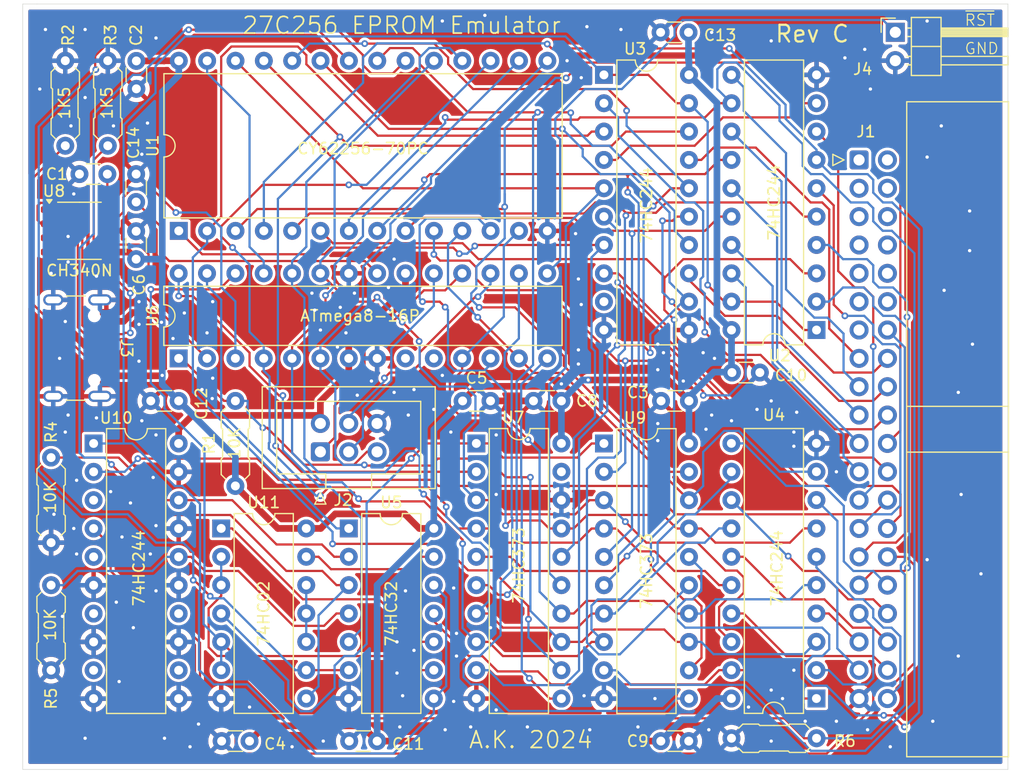
<source format=kicad_pcb>
(kicad_pcb (version 20240108) (generator "pcbnew") (generator_version "8.0")
  (layers (0 "F.Cu" signal) (31 "B.Cu" signal) (34 "B.Paste" user) (35 "F.Paste" user) (36 "B.SilkS" user "B.Silkscreen") (37 "F.SilkS" user "F.Silkscreen") (38 "B.Mask" user) (39 "F.Mask" user) (44 "Edge.Cuts" user))
  (net 0 "")
  (net 1 "GND")
  (net 2 "Net-(U8-V3)")
  (net 3 "VCC")
  (net 4 "Net-(U6-AREF)")
  (net 5 "/A8")
  (net 6 "/A3")
  (net 7 "/D6")
  (net 8 "/D7")
  (net 11 "/A10")
  (net 13 "/A12")
  (net 14 "/A11")
  (net 15 "/A1")
  (net 16 "Net-(J1-Pin_26)")
  (net 17 "/D5")
  (net 20 "/A14")
  (net 22 "/A13")
  (net 23 "/D3")
  (net 29 "/D4")
  (net 30 "/D2")
  (net 31 "/D1")
  (net 32 "/A2")
  (net 33 "Net-(J1-Pin_30)")
  (net 35 "/A4")
  (net 36 "/A6")
  (net 37 "/A7")
  (net 38 "/A0")
  (net 39 "/D0")
  (net 40 "Net-(J1-Pin_14)")
  (net 41 "/A5")
  (net 43 "/A9")
  (net 44 "/SCK")
  (net 45 "Net-(J2-Pin_5)")
  (net 46 "/MISO")
  (net 47 "/MOSI")
  (net 48 "Net-(U8-UD+)")
  (net 49 "Net-(U8-UD-)")
  (net 50 "Net-(J3-CC2)")
  (net 51 "Net-(J3-CC1)")
  (net 52 "Net-(J4-Pin_1)")
  (net 53 "Net-(U10-1Y0)")
  (net 54 "Net-(U10-1Y1)")
  (net 55 "/RAMA3")
  (net 56 "/RAMD5")
  (net 57 "/RAMD7")
  (net 58 "/RAMD0")
  (net 59 "/RAMA12")
  (net 60 "/RAMA8")
  (net 61 "/RAMA5")
  (net 62 "/RAMA7")
  (net 63 "/RAMD4")
  (net 64 "/RAMD1")
  (net 65 "/RAMA10")
  (net 66 "/RAMA4")
  (net 67 "/RAMA6")
  (net 68 "Net-(U1-~{CS})")
  (net 69 "/RAMD3")
  (net 70 "/RAMA0")
  (net 71 "/RAMA9")
  (net 72 "/RAMA14")
  (net 73 "/RAMA2")
  (net 74 "/RAMA13")
  (net 75 "/RAMD6")
  (net 76 "/RAMA1")
  (net 77 "/RAMA11")
  (net 78 "Net-(U1-~{OE})")
  (net 79 "/RAMD2")
  (net 80 "Net-(U1-~{WE})")
  (net 81 "Net-(U10-1OE)")
  (net 83 "Net-(U6-PC5)")
  (net 84 "Net-(U4-1OE)")
  (net 85 "Net-(U6-PC3)")
  (net 86 "Net-(U6-PC4)")
  (net 87 "Net-(U6-PB0)")
  (net 89 "Net-(U6-PD0)")
  (net 90 "Net-(U6-PB2)")
  (net 92 "Net-(U6-PD1)")
  (net 94 "Net-(U7-OE)")
  (net 102 "Net-(U11-Pad1)")
  (net 103 "Net-(U11-Pad13)")
  (net 104 "Net-(U11-Pad10)")
  (footprint "Connector_PinHeader_2.54mm:PinHeader_1x02_P2.54mm_Horizontal" (layer "F.Cu") (at 220.415 67.305)
    (property "Reference" "J4")
    (property "Value" "Conn_01x02")
  )
  (footprint "Package_SO:SOP-8_3.9x4.9mm_P1.27mm" (layer "F.Cu") (at 147.32 85.09)
    (property "Reference" "U8")
    (property "Value" "CH340N")
  )
  (footprint "PCM_Resistor_THT_AKL:R_Axial_DIN0207_L6.3mm_D2.5mm_P7.62mm_Horizontal" (layer "F.Cu") (at 144.78 124.46 90)
    (property "Reference" "R5")
    (property "Value" "10K" (hide yes))
  )
  (footprint "PCM_Resistor_THT_AKL:R_Axial_DIN0207_L6.3mm_D2.5mm_P7.62mm_Horizontal" (layer "F.Cu") (at 149.86 77.47 90)
    (property "Reference" "R3")
    (property "Value" "1K5" (hide yes))
  )
  (footprint "Connector_IDC:IDC-Header_2x20_P2.54mm_Horizontal" (layer "F.Cu") (at 217.17 78.74)
    (property "Reference" "J1")
    (property "Value" "Conn_02x20_Odd_Even")
  )
  (footprint "Capacitor_THT:C_Disc_D3.0mm_W1.6mm_P2.50mm" (layer "F.Cu") (at 156.21 100.33 180)
    (property "Reference" "C12")
    (property "Value" "100n")
  )
  (footprint "PCM_Resistor_THT_AKL:R_Axial_DIN0207_L6.3mm_D2.5mm_P7.62mm_Horizontal" (layer "F.Cu") (at 161.29 107.95 90)
    (property "Reference" "R1")
    (property "Value" "10K" (hide yes))
  )
  (footprint "Capacitor_THT:C_Disc_D3.0mm_W1.6mm_P2.50mm" (layer "F.Cu") (at 181.65 100.33)
    (property "Reference" "C5")
    (property "Value" "100n")
  )
  (footprint "Capacitor_THT:C_Disc_D3.0mm_W1.6mm_P2.50mm" (layer "F.Cu") (at 201.93 100.33 180)
    (property "Reference" "C3")
    (property "Value" "100n")
  )
  (footprint "Package_DIP:DIP-20_W7.62mm" (layer "F.Cu") (at 148.59 104.145)
    (property "Reference" "U10")
    (property "Value" "74HC244")
  )
  (footprint "Capacitor_THT:C_Disc_D3.0mm_W1.6mm_P2.50mm" (layer "F.Cu") (at 201.89 67.31 180)
    (property "Reference" "C13")
    (property "Value" "100n")
  )
  (footprint "PCM_Resistor_THT_AKL:R_Axial_DIN0207_L6.3mm_D2.5mm_P7.62mm_Horizontal" (layer "F.Cu") (at 146.05 77.47 90)
    (property "Reference" "R2")
    (property "Value" "1K5" (hide yes))
  )
  (footprint "Capacitor_THT:C_Disc_D3.0mm_W1.6mm_P2.50mm" (layer "F.Cu") (at 173.99 130.81 180)
    (property "Reference" "C11")
    (property "Value" "100n")
  )
  (footprint "Package_DIP:DIP-28_W15.24mm" (layer "F.Cu") (at 156.22 85.095 90)
    (property "Reference" "U1")
    (property "Value" "CY62256-70PC")
  )
  (footprint "Package_DIP:DIP-14_W7.62mm" (layer "F.Cu") (at 171.45 111.755)
    (property "Reference" "U5")
    (property "Value" "74HC32")
  )
  (footprint "PCM_Resistor_THT_AKL:R_Axial_DIN0207_L6.3mm_D2.5mm_P7.62mm_Horizontal" (layer "F.Cu") (at 205.74 130.556)
    (property "Reference" "R6")
    (property "Value" "10K" (hide yes))
  )
  (footprint "Connector_USB:USB_C_Receptacle_GCT_USB4105-xx-A_16P_TopMnt_Horizontal" (layer "F.Cu") (at 146.05 95.6 -90)
    (property "Reference" "J3")
    (property "Value" "USB_C_Receptacle_USB2.0_14P")
  )
  (footprint "Capacitor_THT:C_Disc_D3.0mm_W1.6mm_P2.50mm" (layer "F.Cu") (at 152.4 87.63 90)
    (property "Reference" "C6")
    (property "Value" "100n")
  )
  (footprint "Capacitor_THT:C_Disc_D3.0mm_W1.6mm_P2.50mm" (layer "F.Cu") (at 149.82 80.01 180)
    (property "Reference" "C1")
    (property "Value" "100n")
  )
  (footprint "Capacitor_THT:C_Disc_D3.0mm_W1.6mm_P2.50mm" (layer "F.Cu") (at 205.78 97.79)
    (property "Reference" "C10")
    (property "Value" "100n")
  )
  (footprint "Package_DIP:DIP-20_W7.62mm" (layer "F.Cu") (at 213.36 93.98 180)
    (property "Reference" "U2")
    (property "Value" "74HC244")
  )
  (footprint "Package_DIP:DIP-20_W7.62mm" (layer "F.Cu") (at 194.31 104.145)
    (property "Reference" "U9")
    (property "Value" "74HC373")
  )
  (footprint "Capacitor_THT:C_Disc_D3.0mm_W1.6mm_P2.50mm" (layer "F.Cu") (at 190.5 100.33 180)
    (property "Reference" "C8")
    (property "Value" "100n")
  )
  (footprint "Package_DIP:DIP-14_W7.62mm" (layer "F.Cu") (at 160.02 111.755)
    (property "Reference" "U11")
    (property "Value" "74HC02")
  )
  (footprint "Connector_IDC:IDC-Header_2x03_P2.54mm_Vertical" (layer "F.Cu") (at 168.905 104.8925 90)
    (property "Reference" "J2")
    (property "Value" "Conn_02x03_Odd_Even")
  )
  (footprint "Package_DIP:DIP-28_W7.62mm" (layer "F.Cu") (at 156.21 96.52 90)
    (property "Reference" "U6")
    (property "Value" "ATmega8-16P")
  )
  (footprint "Capacitor_THT:C_Disc_D3.0mm_W1.6mm_P2.50mm" (layer "F.Cu") (at 162.56 130.81 180)
    (property "Reference" "C4")
    (property "Value" "100n")
  )
  (footprint "Package_DIP:DIP-20_W7.62mm" (layer "F.Cu") (at 213.35 126.995 180)
    (property "Reference" "U4")
    (property "Value" "74HC244")
  )
  (footprint "Package_DIP:DIP-20_W7.62mm" (layer "F.Cu") (at 194.31 71.12)
    (property "Reference" "U3")
    (property "Value" "74HC244")
  )
  (footprint "Capacitor_THT:C_Disc_D3.0mm_W1.6mm_P2.50mm" (layer "F.Cu") (at 152.42 69.87 -90)
    (property "Reference" "C2")
    (property "Value" "100n")
  )
  (footprint "Package_DIP:DIP-20_W7.62mm" (layer "F.Cu") (at 182.88 104.14)
    (property "Reference" "U7")
    (property "Value" "74HC373")
  )
  (footprint "PCM_Resistor_THT_AKL:R_Axial_DIN0207_L6.3mm_D2.5mm_P7.62mm_Horizontal" (layer "F.Cu") (at 144.78 105.41 -90)
    (property "Reference" "R4")
    (property "Value" "10K" (hide yes))
  )
  (footprint "Capacitor_THT:C_Disc_D3.0mm_W1.6mm_P2.50mm" (layer "F.Cu") (at 199.41 130.81)
    (property "Reference" "C9")
    (property "Value" "100n")
  )
  (footprint "Capacitor_THT:C_Disc_D3.0mm_W1.6mm_P2.50mm" (layer "F.Cu") (at 152.4 82.51 90)
    (property "Reference" "C14")
    (property "Value" "100n")
  )
  (gr_line (start 142.24 133.35) (end 230.505 133.35) (stroke (width 0.05)) (layer "Edge.Cuts"))
  (gr_line (start 230.505 133.35) (end 230.505 64.77) (stroke (width 0.05)) (layer "Edge.Cuts"))
  (gr_line (start 142.24 64.77) (end 142.24 133.35) (stroke (width 0.05)) (layer "Edge.Cuts"))
  (gr_line (start 230.505 64.77) (end 143.51 64.77) (stroke (width 0.05)) (layer "Edge.Cuts"))
  (gr_line (start 143.51 64.77) (end 142.24 64.77) (stroke (width 0.05)) (layer "Edge.Cuts"))
  (gr_text "27C256 EPROM Emulator" (at 161.798 67.564 0) (layer "F.SilkS") (effects (font (size 1.5 1.5)) (justify left bottom)))
  (gr_text "~{RST}" (at 226.568 66.802 0) (layer "F.SilkS") (effects (font (size 1 1) (thickness 0.1)) (justify left bottom)))
  (gr_text "Rev C" (at 209.55 68.326 0) (layer "F.SilkS") (effects (font (size 1.5 1.5) (thickness 0.2)) (justify left bottom)))
  (gr_text "1K5" (at 150.368 75.184 90) (layer "F.SilkS") (effects (font (size 1 1)) (justify left bottom)))
  (gr_text "GND" (at 226.568 69.342 0) (layer "F.SilkS") (effects (font (size 1 1) (thickness 0.1)) (justify left bottom)))
  (gr_text "10K" (at 161.798 105.664 90) (layer "F.SilkS") (effects (font (size 1 1)) (justify left bottom)))
  (gr_text "A.K. 2024" (at 182.118 131.572 0) (layer "F.SilkS") (effects (font (size 1.5 1.5)) (justify left bottom)))
  (gr_text "1K5" (at 146.558 75.184 90) (layer "F.SilkS") (effects (font (size 1 1)) (justify left bottom)))
  (gr_text "10K" (at 145.288 121.92 90) (layer "F.SilkS") (effects (font (size 1 1)) (justify left bottom)))
  (gr_text "10K" (at 145.288 110.49 90) (layer "F.SilkS") (effects (font (size 1 1)) (justify left bottom)))
  (segment (start 184.15 100.33) (end 188 100.33) (width 0.6) (layer "F.Cu") (net 1))
  (via (at 173.482 98.552) (size 0.6) (drill 0.3) (layers "F.Cu" "B.Cu") (net 1))
  (via (at 173.228 92.202) (size 0.6) (drill 0.3) (layers "F.Cu" "B.Cu") (net 1))
  (via (at 217.678 68.834) (size 0.6) (drill 0.3) (layers "F.Cu" "B.Cu") (net 1))
  (via (at 192.532 126.746) (size 0.6) (drill 0.3) (layers "F.Cu" "B.Cu") (net 1))
  (via (at 179.832 66.294) (size 0.6) (drill 0.3) (layers "F.Cu" "B.Cu") (net 1))
  (via (at 226.06 99.568) (size 0.6) (drill 0.3) (layers "F.Cu" "B.Cu") (net 1))
  (via (at 203.962 67.31) (size 0.6) (drill 0.3) (layers "F.Cu" "B.Cu") (net 1))
  (via (at 177.292 122.682) (size 0.6) (drill 0.3) (layers "F.Cu" "B.Cu") (net 1))
  (via (at 176.276 126.746) (size 0.6) (drill 0.3) (layers "F.Cu" "B.Cu") (net 1))
  (via (at 224.79 90.424) (size 0.6) (drill 0.3) (layers "F.Cu" "B.Cu") (net 1))
  (via (at 215.9 69.596) (size 0.6) (drill 0.3) (layers "F.Cu" "B.Cu") (net 1))
  (via (at 154.178 117.348) (size 0.6) (drill 0.3) (layers "F.Cu" "B.Cu") (net 1))
  (via (at 143.764 72.39) (size 0.6) (drill 0.3) (layers "F.Cu" "B.Cu") (net 1))
  (via (at 151.13 112.522) (size 0.6) (drill 0.3) (layers "F.Cu" "B.Cu") (net 1))
  (via (at 175.514 87.63) (size 0.6) (drill 0.3) (layers "F.Cu" "B.Cu") (net 1))
  (via (at 148.844 89.154) (size 0.6) (drill 0.3) (layers "F.Cu" "B.Cu") (net 1))
  (via (at 144.272 67.056) (size 0.6) (drill 0.3) (layers "F.Cu" "B.Cu") (net 1))
  (via (at 154.178 67.818) (size 0.6) (drill 0.3) (layers "F.Cu" "B.Cu") (net 1))
  (via (at 212.344 129.032) (size 0.6) (drill 0.3) (layers "F.Cu" "B.Cu") (net 1))
  (via (at 159.214735 100.119265) (size 0.6) (drill 0.3) (layers "F.Cu" "B.Cu") (net 1))
  (via (at 152.654 96.774) (size 0.6) (drill 0.3) (layers "F.Cu" "B.Cu") (net 1))
  (via (at 145.034 110.49) (size 0.6) (drill 0.3) (layers "F.Cu" "B.Cu") (net 1))
  (via (at 184.658 103.378) (size 0.6) (drill 0.3) (layers "F.Cu" "B.Cu") (net 1))
  (via (at 147.828 73.152) (size 0.6) (drill 0.3) (layers "F.Cu" "B.Cu") (net 1))
  (via (at 162.56 127.762) (size 0.6) (drill 0.3) (layers "F.Cu" "B.Cu") (net 1))
  (via (at 146.05 93.218) (size 0.6) (drill 0.3) (layers "F.Cu" "B.Cu") (net 1))
  (via (at 184.658 128.016) (size 0.6) (drill 0.3) (layers "F.Cu" "B.Cu") (net 1))
  (via (at 209.296 100.33) (size 0.6) (drill 0.3) (layers "F.Cu" "B.Cu") (net 1))
  (via (at 158.296465 99.314) (size 0.6) (drill 0.3) (layers "F.Cu" "B.Cu") (net 1))
  (via (at 195.834 67.056) (size 0.6) (drill 0.3) (layers "F.Cu" "B.Cu") (net 1))
  (via (at 198.882 127) (size 0.6) (drill 0.3) (layers "F.Cu" "B.Cu") (net 1))
  (via (at 170.434 95.504) (size 0.6) (drill 0.3) (layers "F.Cu" "B.Cu") (net 1))
  (via (at 166.37 131.318) (size 0.6) (drill 0.3) (layers "F.Cu" "B.Cu") (net 1))
  (via (at 157.988 129.286) (size 0.6) (drill 0.3) (layers "F.Cu" "B.Cu") (net 1))
  (via (at 146.304 85.598) (size 0.6) (drill 0.3) (layers "F.Cu" "B.Cu") (net 1))
  (via (at 150.622 118.364) (size 0.6) (drill 0.3) (layers "F.Cu" "B.Cu") (net 1))
  (via (at 180.594 103.124) (size 0.6) (drill 0.3) (layers "F.Cu" "B.Cu") (net 1))
  (via (at 199.136 95.25) (size 0.6) (drill 0.3) (layers "F.Cu" "B.Cu") (net 1))
  (via (at 183.642 65.786) (size 0.6) (drill 0.3) (layers "F.Cu" "B.Cu") (net 1))
  (via (at 152.654 91.44) (size 0.6) (drill 0.3) (layers "F.Cu" "B.Cu") (net 1))
  (via (at 208.026 101.092) (size 0.6) (drill 0.3) (layers "F.Cu" "B.Cu") (net 1))
  (via (at 168.148 90.678) (size 0.6) (drill 0.3) (layers "F.Cu" "B.Cu") (net 1))
  (via (at 150.368 75.692) (size 0.6) (drill 0.3) (layers "F.Cu" "B.Cu") (net 1))
  (via (at 203.708 129.794) (size 0.6) (drill 0.3) (layers "F.Cu" "B.Cu") (net 1))
  (via (at 152.908 78.232) (size 0.6) (drill 0.3) (layers "F.Cu" "B.Cu") (net 1))
  (via (at 157.226 131.318) (size 0.6) (drill 0.3) (layers "F.Cu" "B.Cu") (net 1))
  (via (at 168.91 93.98) (size 0.6) (drill 0.3) (layers "F.Cu" "B.Cu") (net 1))
  (via (at 147.828 130.556) (size 0.6) (drill 0.3) (layers "F.Cu" "B.Cu") (net 1))
  (via (at 175.514 99.568) (size 0.6) (drill 0.3) (layers "F.Cu" "B.Cu") (net 1))
  (via (at 182.372 129.54) (size 0.6) (drill 0.3) (layers "F.Cu" "B.Cu") (net 1))
  (via (at 192.786 66.802) (size 0.6) (drill 0.3) (layers "F.Cu" "B.Cu") (net 1))
  (via (at 154.178 111.506) (size 0.6) (drill 0.3) (layers "F.Cu" "B.Cu") (net 1))
  (via (at 223.266 114.554) (size 0.6) (drill 0.3) (layers "F.Cu" "B.Cu") (net 1))
  (via (at 226.06 123.19) (size 0.6) (drill 0.3) (layers "F.Cu" "B.Cu") (net 1))
  (via (at 197.358 129.54) (size 0.6) (drill 0.3) (layers "F.Cu" "B.Cu") (net 1))
  (via (at 152.908 102.108) (size 0.6) (drill 0.3) (layers "F.Cu" "B.Cu") (net 1))
  (via (at 146.05 103.124) (size 0.6) (drill 0.3) (layers "F.Cu" "B.Cu") (net 1))
  (via (at 227.33 95.25) (size 0.6) (drill 0.3) (layers "F.Cu" "B.Cu") (net 1))
  (via (at 215.138 106.68) (size 0.6) (drill 0.3) (layers "F.Cu" "B.Cu") (net 1))
  (via (at 191.77 85.344) (size 0.6) (drill 0.3) (layers "F.Cu" "B.Cu") (net 1))
  (via (at 199.644 96.012) (size 0.6) (drill 0.3) (layers "F.Cu" "B.Cu") (net 1))
  (via (at 147.828 67.056) (size 0.6) (drill 0.3) (layers "F.Cu" "B.Cu") (net 1))
  (via (at 211.328 103.124) (size 0.6) (drill 0.3) (layers "F.Cu" "B.Cu") (net 1))
  (via (at 153.924 107.188) (size 0.6) (drill 0.3) (layers "F.Cu" "B.Cu") (net 1))
  (via (at 155.702 94.742) (size 0.6) (drill 0.3) (layers "F.Cu" "B.Cu") (net 1))
  (via (at 150.114 108.458) (size 0.6) (drill 0.3) (layers "F.Cu" "B.Cu") (net 1))
  (via (at 176.022 129.54) (size 0.6) (drill 0.3) (layers "F.Cu" "B.Cu") (net 1))
  (via (at 159.258 91.44) (size 0.6) (drill 0.3) (layers "F.Cu" "B.Cu") (net 1))
  (via (at 199.136 103.886) (size 0.6) (drill 0.3) (layers "F.Cu" "B.Cu") (net 1))
  (via (at 169.164 130.81) (size 0.6) (drill 0.3) (layers "F.Cu" "B.Cu") (net 1))
  (via (at 158.75 94.234) (size 0.6) (drill 0.3) (layers "F.Cu" "B.Cu") (net 1))
  (via (at 199.136 97.536) (size 0.6) (drill 0.3) (layers "F.Cu" "B.Cu") (net 1))
  (via (at 218.186 72.39) (size 0.6) (drill 0.3) (layers "F.Cu" "B.Cu") (net 1))
  (via (at 211.328 104.394) (size 0.6) (drill 0.3) (layers "F.Cu" "B.Cu") (net 1))
  (via (at 199.136 102.362) (size 0.6) (drill 0.3) (layers "F.Cu" "B.Cu") (net 1))
  (via (at 204.216 96.52) (size 0.6) (drill 0.3) (layers "F.Cu" "B.Cu") (net 1))
  (via (at 192.024 97.028) (size 0.6) (drill 0.3) (layers "F.Cu" "B.Cu") (net 1))
  (via (at 150.876 125.476) (size 0.6) (drill 0.3) (layers "F.Cu" "B.Cu") (net 1))
  (via (at 215.138 129.032) (size 0.6) (drill 0.3) (layers "F.Cu" "B.Cu") (net 1))
  (via (at 219.964 131.318) (size 0.6) (drill 0.3) (layers "F.Cu" "B.Cu") (net 1))
  (via (at 181.102 123.19) (size 0.6) (drill 0.3) (layers "F.Cu" "B.Cu") (net 1))
  (via (at 193.04 129.794) (size 0.6) (drill 0.3) (layers "F.Cu" "B.Cu") (net 1))
  (via (at 144.78 88.9) (size 0.6) (drill 0.3) (layers "F.Cu" "B.Cu") (net 1))
  (via (at 205.74 102.108) (size 0.6) (drill 0.3) (layers "F.Cu" "B.Cu") (net 1))
  (via (at 207.264 127.762) (size 0.6) (drill 0.3) (layers "F.Cu" "B.Cu") (net 1))
  (via (at 154.178 103.378) (size 0.6) (drill 0.3) (layers "F.Cu" "B.Cu") (net 1))
  (via (at 192.024 95.758) (size 0.6) (drill 0.3) (layers "F.Cu" "B.Cu") (net 1))
  (via (at 148.844 101.854) (size 0.6) (drill 0.3) (layers "F.Cu" "B.Cu") (net 1))
  (via (at 152.654 93.472) (size 0.6) (drill 0.3) (layers "F.Cu" "B.Cu") (net 1))
  (via (at 179.07 101.092) (size 0.6) (drill 0.3) (layers "F.Cu" "B.Cu") (net 1))
  (via (at 224.536 75.692) (size 0.6) (drill 0.3) (layers "F.Cu" "B.Cu") (net 1))
  (via (at 147.066 107.442) (size 0.6) (drill 0.3) (layers "F.Cu" "B.Cu") (net 1))
  (via (at 223.266 66.294) (size 0.6) (drill 0.3) (layers "F.Cu" "B.Cu") (net 1))
  (via (at 203.2 96.012) (size 0.6) (drill 0.3) (layers "F.Cu" "B.Cu") (net 1))
  (via (at 184.658 108.712) (size 0.6) (drill 0.3) (layers "F.Cu" "B.Cu") (net 1))
  (via (at 201.422 98.552) (size 0.6) (drill 0.3) (layers "F.Cu" "B.Cu") (net 1))
  (via (at 171.958 90.678) (size 0.6) (drill 0.3) (layers "F.Cu" "B.Cu") (net 1))
  (via (at 146.558 75.692) (size 0.6) (drill 0.3) (layers "F.Cu" "B.Cu") (net 1))
  (via (at 192.278 71.374) (size 0.6) (drill 0.3) (layers "F.Cu" "B.Cu") (net 1))
  (via (at 146.304 87.884) (size 0.6) (drill 0.3) (layers "F.Cu" "B.Cu") (net 1))
  (via (at 175.768 124.714) (size 0.6) (drill 0.3) (layers "F.Cu" "B.Cu") (net 1))
  (via (at 209.296 130.81) (size 0.6) (drill 0.3) (layers "F.Cu" "B.Cu") (net 1))
  (via (at 187.452 129.54) (size 0.6) (drill 0.3) (layers "F.Cu" "B.Cu") (net 1))
  (via (at 152.146 120.65) (size 0.6) (drill 0.3) (layers "F.Cu" "B.Cu") (net 1))
  (via (at 226.314 108.712) (size 0.6) (drill 0.3) (layers "F.Cu" "B.Cu") (net 1))
  (via (at 170.688 91.948) (size 0.6) (drill 0.3) (layers "F.Cu" "B.Cu") (net 1))
  (via (at 180.848 117.094) (size 0.6) (drill 0.3) (layers "F.Cu" "B.Cu") (net 1))
  (via (at 190.5 98.806) (size 0.6) (drill 0.3) (layers "F.Cu" "B.Cu") (net 1))
  (via (at 176.53 117.348) (size 0.6) (drill 0.3) (layers "F.Cu" "B.Cu") (net 1))
  (via (at 168.402 92.202) (size 0.6) (drill 0.3) (layers "F.Cu" "B.Cu") (net 1))
  (via (at 223.266 78.486) (size 0.6) (drill 0.3) (layers "F.Cu" "B.Cu") (net 1))
  (via (at 175.768 121.92) (size 0.6) (drill 0.3) (layers "F.Cu" "B.Cu") (net 1))
  (via (at 203.454 102.87) (size 0.6) (drill 0.3) (layers "F.Cu" "B.Cu") (net 1))
  (via (at 227.076 86.868) (size 0.6) (drill 0.3) (layers "F.Cu" "B.Cu") (net 1))
  (via (at 153.416 75.438) (size 0.6) (drill 0.3) (layers "F.Cu" "B.Cu") (net 1))
  (via (at 151.892 109.474) (size 0.6) (drill 0.3) (layers "F.Cu" "B.Cu") (net 1))
  (via (at 145.796 119.634) (size 0.6) (drill 0.3) (layers "F.Cu" "B.Cu") (net 1))
  (via (at 217.932 129.794) (size 0.6) (drill 0.3) (layers "F.Cu" "B.Cu") (net 1))
  (via (at 171.196 94.234) (size 0.6) (drill 0.3) (layers "F.Cu" "B.Cu") (net 1))
  (via (at 176.784 101.6) (size 0.6) (drill 0.3) (layers "F.Cu" "B.Cu") (net 1))
  (via (at 147.066 114.046) (size 0.6) (drill 0.3) (layers "F.Cu" "B.Cu") (net 1))
  (via (at 172.212 99.822) (size 0.6) (drill 0.3) (layers "F.Cu" "B.Cu") (net 1))
  (via (at 227.076 83.312) (size 0.6) (drill 0.3) (layers "F.Cu" "B.Cu") (net 1))
  (via (at 209.296 68.072) (size 0.6) (drill 0.3) (layers "F.Cu" "B.Cu") (net 1))
  (via (at 211.582 101.346) (size 0.6) (drill 0.3) (layers "F.Cu" "B.Cu") (net 1))
  (via (at 146.812 111.76) (size 0.6) (drill 0.3) (layers "F.Cu" "B.Cu") (net 1))
  (via (at 156.718 92.456) (size 0.6) (drill 0.3) (layers "F.Cu" "B.Cu") (net 1))
  (via (at 211.328 124.46) (size 0.6) (drill 0.3) (layers "F.Cu" "B.Cu") (net 1))
  (via (at 180.086 129.794) (size 0.6) (drill 0.3) (layers "F.Cu" "B.Cu") (net 1))
  (via (at 181.102 121.158) (size 0.6) (drill 0.3) (layers "F.Cu" "B.Cu") (net 1))
  (via (at 191.008 69.85) (size 0.6) (drill 0.3) (layers "F.Cu" "B.Cu") (net 1))
  (via (at 146.812 81.788) (size 0.6) (drill 0.3) (layers "F.Cu" "B.Cu") (net 1))
  (via (at 223.774 129.032) (size 0.6) (drill 0.3) (layers "F.Cu" "B.Cu") (net 1))
  (via (at 192.024 89.408) (size 0.6) (drill 0.3) (layers "F.Cu" "B.Cu") (net 1))
  (via (at 145.542 96.52) (size 0.6) (drill 0.3) (layers "F.Cu" "B.Cu") (net 1))
  (via (at 179.832 98.044) (size 0.6) (drill 0.3) (layers "F.Cu" "B.Cu") (net 1))
  (via (at 153.67 114.046) (size 0.6) (drill 0.3) (layers "F.Cu" "B.Cu") (net 1))
  (via (at 154.94 130.556) (size 0.6) (drill 0.3) (layers "F.Cu" "B.Cu") (net 1))
  (via (at 209.296 126.238) (size 0.6) (drill 0.3) (layers "F.Cu" "B.Cu") (net 1))
  (via (at 177.292 99.314) (size 0.6) (drill 0.3) (layers "F.Cu" "B.Cu") (net 1))
  (via (at 175.006 90.17) (size 0.6) (drill 0.3) (layers "F.Cu" "B.Cu") (net 1))
  (via (at 159.258 98.298) (size 0.6) (drill 0.3) (layers "F.Cu" "B.Cu") (net 1))
  (via (at 228.092 115.824) (size 0.6) (drill 0.3) (layers "F.Cu" "B.Cu") (net 1))
  (via (at 146.304 101.6) (size 0.6) (drill 0.3) (layers "F.Cu" "B.Cu") (net 1))
  (via (at 203.962 101.6) (size 0.6) (drill 0.3) (layers "F.Cu" "B.Cu") (net 1))
  (via (at 192.278 91.694) (size 0.6) (drill 0.3) (layers "F.Cu" "B.Cu") (net 1))
  (via (at 210.312 127) (size 0.6) (drill 0.3) (layers "F.Cu" "B.Cu") (net 1))
  (via (at 180.848 127.254) (size 0.6) (drill 0.3) (layers "F.Cu" "B.Cu") (net 1))
  (via (at 184.15 120.65) (size 0.6) (drill 0.3) (layers "F.Cu" "B.Cu") (net 1))
  (segment (start 149.82 80.01) (end 149.82 83.06) (width 0.2) (layer "F.Cu") (net 2))
  (segment (start 149.82 83.06) (end 149.945 83.185) (width 0.2) (layer "F.Cu") (net 2))
  (segment (start 168.905 101.6317) (end 157.5117 101.6317) (width 0.6) (layer "F.Cu") (net 3))
  (segment (start 200.0578 98.4578) (end 201.93 100.33) (width 0.6) (layer "F.Cu") (net 3))
  (segment (start 163.9304 129.4396) (end 172.6196 129.4396) (width 0.6) (layer "F.Cu") (net 3))
  (segment (start 149.73 98) (end 150.412 98) (width 0.6) (layer "F.Cu") (net 3))
  (segment (start 171.45 96.52) (end 171.45 95.2817) (width 0.6) (layer "F.Cu") (net 3))
  (segment (start 152.42 69.87) (end 154.9033 69.87) (width 0.6) (layer "F.Cu") (net 3))
  (segment (start 152.4 87.63) (end 151.765 86.995) (width 0.6) (layer "F.Cu") (net 3))
  (segment (start 190.5 100.33) (end 189.195 99.025) (width 0.6) (layer "F.Cu") (net 3))
  (segment (start 156.21 104.145) (end 156.21 102.8433) (width 0.6) (layer "F.Cu") (net 3))
  (segment (start 176.53 90.2017) (end 176.53 88.9) (width 0.6) (layer "F.Cu") (net 3))
  (segment (start 192.8989 98.4578) (end 200.0578 98.4578) (width 0.6) (layer "F.Cu") (net 3))
  (segment (start 168.905 100.3667) (end 168.905 101.6317) (width 0.6) (layer "F.Cu") (net 3))
  (segment (start 177.7683 111.755) (end 176.4666 110.4533) (width 0.6) (layer "F.Cu") (net 3))
  (segment (start 151.286629 93.2) (end 152.068629 92.418) (width 0.6) (layer "F.Cu") (net 3))
  (segment (start 157.5117 101.6317) (end 157.4667 101.5866) (width 0.6) (layer "F.Cu") (net 3))
  (segment (start 151.765 86.995) (end 149.945 86.995) (width 0.6) (layer "F.Cu") (net 3))
  (segment (start 152.068629 92.418) (end 153.799472 92.418) (width 0.6) (layer "F.Cu") (net 3))
  (segment (start 161.29 107.95) (end 165.095 111.755) (width 0.6) (layer "F.Cu") (net 3))
  (segment (start 165.095 111.755) (end 166.3383 111.755) (width 0.6) (layer "F.Cu") (net 3))
  (segment (start 172.6196 129.4396) (end 173.99 130.81) (width 0.6) (layer "F.Cu") (net 3))
  (segment (start 199.41 130.81) (end 173.99 130.81) (width 0.6) (layer "F.Cu") (net 3))
  (segment (start 167.64 111.755) (end 168.9417 111.755) (width 0.6) (layer "F.Cu") (net 3))
  (segment (start 170.2434 110.4533) (end 168.9417 111.755) (width 0.6) (layer "F.Cu") (net 3))
  (segment (start 162.56 130.81) (end 163.9304 129.4396) (width 0.6) (layer "F.Cu") (net 3))
  (segment (start 179.07 111.755) (end 177.7683 111.755) (width 0.6) (layer "F.Cu") (net 3))
  (segment (start 171.45 96.52) (end 171.45 97.8217) (width 0.6) (layer "F.Cu") (net 3))
  (segment (start 154.9033 69.87) (end 154.9183 69.855) (width 0.6) (layer "F.Cu") (net 3))
  (segment (start 153.799472 92.418) (end 154.667635 93.286165) (width 0.6) (layer "F.Cu") (net 3))
  (segment (start 150.412 98) (end 150.494 98.082) (width 0.6) (layer "F.Cu") (net 3))
  (segment (start 154.6978 98.082) (end 154.7358 98.044) (width 0.6) (layer "F.Cu") (net 3))
  (segment (start 168.905 101.6317) (end 168.905 102.3525) (width 0.6) (layer "F.Cu") (net 3))
  (segment (start 167.64 111.755) (end 166.3383 111.755) (width 0.6) (layer "F.Cu") (net 3))
  (segment (start 149.73 93.2) (end 151.286629 93.2) (width 0.6) (layer "F.Cu") (net 3))
  (segment (start 189.195 99.025) (end 182.955 99.025) (width 0.6) (layer "F.Cu") (net 3))
  (segment (start 157.4667 101.5866) (end 156.21 100.33) (width 0.6) (layer "F.Cu") (net 3))
  (segment (start 182.955 99.025) (end 181.65 100.33) (width 0.6) (layer "F.Cu") (net 3))
  (segment (start 171.45 97.8217) (end 168.905 100.3667) (width 0.6) (layer "F.Cu") (net 3))
  (segment (start 176.4666 110.4533) (end 170.2434 110.4533) (width 0.6) (layer "F.Cu") (net 3))
  (segment (start 171.45 95.2817) (end 176.53 90.2017) (width 0.6) (layer "F.Cu") (net 3))
  (segment (start 156.21 102.8433) (end 157.4667 101.5866) (width 0.6) (layer "F.Cu") (net 3))
  (segment (start 156.22 69.855) (end 154.9183 69.855) (width 0.6) (layer "F.Cu") (net 3))
  (segment (start 150.494 98.082) (end 154.6978 98.082) (width 0.6) (layer "F.Cu") (net 3))
  (via (at 154.667635 93.286165) (size 0.6) (drill 0.3) (layers "F.Cu" "B.Cu") (net 3))
  (via (at 154.7358 98.044) (size 0.6) (drill 0.3) (layers "F.Cu" "B.Cu") (net 3))
  (via (at 192.8989 98.4578) (size 0.6) (drill 0.3) (layers "F.Cu" "B.Cu") (net 3))
  (segment (start 161.29 107.95) (end 161.29 105.41) (width 0.6) (layer "B.Cu") (net 3))
  (segment (start 201.93 99.9846) (end 204.1646 97.75) (width 0.6) (layer "B.Cu") (net 3))
  (segment (start 154.7358 98.044) (end 154.7358 87.63) (width 0.6) (layer "B.Cu") (net 3))
  (segment (start 201.93 71.12) (end 204.4348 73.6248) (width 0.6) (layer "B.Cu") (net 3))
  (segment (start 201.3225 128.8975) (end 199.41 130.81) (width 0.6) (layer "B.Cu") (net 3))
  (segment (start 201.93 69.8183) (end 201.89 69.7783) (width 0.6) (layer "B.Cu") (net 3))
  (segment (start 205.74 93.98) (end 205.74 95.2817) (width 0.6) (layer "B.Cu") (net 3))
  (segment (start 154.7373 87.6285) (end 154.7373 72.6394) (width 0.6) (layer "B.Cu") (net 3))
  (segment (start 179.07 102.91) (end 181.65 100.33) (width 0.6) (layer "B.Cu") (net 3))
  (segment (start 173.99 116.835) (end 179.07 111.755) (width 0.6) (layer "B.Cu") (net 3))
  (segment (start 154.7358 87.63) (end 152.4 87.63) (width 0.6) (layer "B.Cu") (net 3))
  (segment (start 205.74 97.75) (end 205.78 97.79) (width 0.6) (layer "B.Cu") (net 3))
  (segment (start 204.4283 126.995) (end 202.5258 128.8975) (width 0.6) (layer "B.Cu") (net 3))
  (segment (start 190.5 100.33) (end 190.5 104.14) (width 0.6) (layer "B.Cu") (net 3))
  (segment (start 179.07 111.755) (end 179.07 102.91) (width 0.6) (layer "B.Cu") (net 3))
  (segment (start 192.3722 98.4578) (end 190.5 100.33) (width 0.6) (layer "B.Cu") (net 3))
  (segment (start 201.93 70.4691) (end 201.93 69.8183) (width 0.6) (layer "B.Cu") (net 3))
  (segment (start 154.7358 87.63) (end 154.7373 87.6285) (width 0.6) (layer "B.Cu") (net 3))
  (segment (start 201.89 69.7783) (end 201.89 67.31) (width 0.6) (layer "B.Cu") (net 3))
  (segment (start 205.73 126.995) (end 204.4283 126.995) (width 0.6) (layer "B.Cu") (net 3))
  (segment (start 205.74 95.2817) (end 205.74 97.75) (width 0.6) (layer "B.Cu") (net 3))
  (segment (start 156.22 69.855) (end 156.22 71.1567) (width 0.6) (layer "B.Cu") (net 3))
  (segment (start 204.4348 73.6248) (end 204.4348 92.6748) (width 0.6) (layer "B.Cu") (net 3))
  (segment (start 201.93 102.8433) (end 201.93 100.33) (width 0.6) (layer "B.Cu") (net 3))
  (segment (start 201.93 71.12) (end 201.93 70.4691) (width 0.6) (layer "B.Cu") (net 3))
  (segment (start 161.29 105.41) (end 156.21 100.33) (width 0.6) (layer "B.Cu") (net 3))
  (segment (start 201.93 104.145) (end 201.93 102.8433) (width 0.6) (layer "B.Cu") (net 3))
  (segment (start 156.21 100.33) (end 154.7358 98.8558) (width 0.6) (layer "B.Cu") (net 3))
  (segment (start 204.1646 97.75) (end 205.74 97.75) (width 0.6) (layer "B.Cu") (net 3))
  (segment (start 154.7358 98.8558) (end 154.7358 98.044) (width 0.6) (layer "B.Cu") (net 3))
  (segment (start 173.99 130.81) (end 173.99 116.835) (width 0.6) (layer "B.Cu") (net 3))
  (segment (start 204.4348 92.6748) (end 205.74 93.98) (width 0.6) (layer "B.Cu") (net 3))
  (segment (start 192.8989 98.4578) (end 192.3722 98.4578) (width 0.6) (layer "B.Cu") (net 3))
  (segment (start 154.7373 72.6394) (end 156.22 71.1567) (width 0.6) (layer "B.Cu") (net 3))
  (segment (start 202.5258 128.8975) (end 201.3225 128.8975) (width 0.6) (layer "B.Cu") (net 3))
  (segment (start 201.93 100.33) (end 201.93 99.9846) (width 0.6) (layer "B.Cu") (net 3))
  (segment (start 154.686 87.122) (end 154.686 84.796) (width 0.2) (layer "F.Cu") (net 4))
  (segment (start 172.8883 87.7983) (end 155.3623 87.7983) (width 0.2) (layer "F.Cu") (net 4))
  (segment (start 173.99 88.9) (end 172.8883 87.7983) (width 0.2) (layer "F.Cu") (net 4))
  (segment (start 154.686 84.796) (end 152.4 82.51) (width 0.2) (layer "F.Cu") (net 4))
  (segment (start 155.3623 87.7983) (end 154.686 87.122) (width 0.2) (layer "F.Cu") (net 4))
  (segment (start 203.3429 94.1666) (end 205.3852 96.2089) (width 0.2) (layer "F.Cu") (net 5))
  (segment (start 208.3472 96.2089) (end 215.0083 102.87) (width 0.2) (layer "F.Cu") (net 5))
  (segment (start 205.3852 96.2089) (end 208.3472 96.2089) (width 0.2) (layer "F.Cu") (net 5))
  (segment (start 215.0083 102.87) (end 218.44 102.87) (width 0.2) (layer "F.Cu") (net 5))
  (segment (start 218.44 102.87) (end 219.71 101.6) (width 0.2) (layer "F.Cu") (net 5))
  (via (at 203.3429 94.1666) (size 0.6) (drill 0.3) (layers "F.Cu" "B.Cu") (net 5))
  (segment (start 203.3429 90.7081) (end 203.3429 94.1666) (width 0.2) (layer "B.Cu") (net 5))
  (segment (start 202.438 82.55) (end 203.2 83.312) (width 0.2) (layer "B.Cu") (net 5))
  (segment (start 195.58 76.5296) (end 201.6004 82.55) (width 0.2) (layer "B.Cu") (net 5))
  (segment (start 195.58 74.93) (end 195.58 76.5296) (width 0.2) (layer "B.Cu") (net 5))
  (segment (start 194.31 73.66) (end 195.58 74.93) (width 0.2) (layer "B.Cu") (net 5))
  (segment (start 203.2 83.312) (end 203.2 89.1881) (width 0.2) (layer "B.Cu") (net 5))
  (segment (start 201.6004 82.55) (end 202.438 82.55) (width 0.2) (layer "B.Cu") (net 5))
  (segment (start 203.2 89.1881) (end 202.9608 89.4273) (width 0.2) (layer "B.Cu") (net 5))
  (segment (start 202.9608 90.326) (end 203.3429 90.7081) (width 0.2) (layer "B.Cu") (net 5))
  (segment (start 202.9608 89.4273) (end 202.9608 90.326) (width 0.2) (layer "B.Cu") (net 5))
  (segment (start 218.44 90.997) (end 217.613 90.17) (width 0.2) (layer "F.Cu") (net 6))
  (segment (start 216.7759 90.17) (end 215.3004 88.6945) (width 0.2) (layer "F.Cu") (net 6))
  (segment (start 215.3004 78.1404) (end 213.36 76.2) (width 0.2) (layer "F.Cu") (net 6))
  (segment (start 217.613 90.17) (end 216.7759 90.17) (width 0.2) (layer "F.Cu") (net 6))
  (segment (start 218.44 95.456) (end 218.44 90.997) (width 0.2) (layer "F.Cu") (net 6))
  (segment (start 215.3004 88.6945) (end 215.3004 78.1404) (width 0.2) (layer "F.Cu") (net 6))
  (via (at 218.44 95.456) (size 0.6) (drill 0.3) (layers "F.Cu" "B.Cu") (net 6))
  (segment (start 218.44 95.456) (end 218.44 107.95) (width 0.2) (layer "B.Cu") (net 6))
  (segment (start 218.44 107.95) (end 217.17 109.22) (width 0.2) (layer "B.Cu") (net 6))
  (segment (start 216.1918 118.11) (end 218.44 118.11) (width 0.2) (layer "F.Cu") (net 7))
  (segment (start 218.44 118.11) (end 219.71 119.38) (width 0.2) (layer "F.Cu") (net 7))
  (segment (start 210.82 114.2368) (end 212.1482 115.565) (width 0.2) (layer "F.Cu") (net 7))
  (segment (start 213.6468 115.565) (end 216.1918 118.11) (width 0.2) (layer "F.Cu") (net 7))
  (segment (start 212.1482 115.565) (end 213.6468 115.565) (width 0.2) (layer "F.Cu") (net 7))
  (via (at 210.82 114.2368) (size 0.6) (drill 0.3) (layers "F.Cu" "B.Cu") (net 7))
  (segment (start 210.7518 114.2368) (end 205.73 109.215) (width 0.2) (layer "B.Cu") (net 7))
  (segment (start 210.82 114.2368) (end 210.7518 114.2368) (width 0.2) (layer "B.Cu") (net 7))
  (segment (start 210.6417 107.945) (end 214.01085 107.945) (width 0.2) (layer "B.Cu") (net 8))
  (segment (start 215.8019 109.73605) (end 215.8019 114.7099) (width 0.2) (layer "B.Cu") (net 8))
  (segment (start 214.01085 107.945) (end 215.8019 109.73605) (width 0.2) (layer "B.Cu") (net 8))
  (segment (start 206.8317 104.135) (end 210.6417 107.945) (width 0.2) (layer "B.Cu") (net 8))
  (segment (start 218.44 115.57) (end 219.71 116.84) (width 0.2) (layer "B.Cu") (net 8))
  (segment (start 216.662 115.57) (end 218.44 115.57) (width 0.2) (layer "B.Cu") (net 8))
  (segment (start 205.73 104.135) (end 206.8317 104.135) (width 0.2) (layer "B.Cu") (net 8))
  (segment (start 215.8019 114.7099) (end 216.662 115.57) (width 0.2) (layer "B.Cu") (net 8))
  (segment (start 199.736 95.087999) (end 199.736 93.9731) (width 0.2) (layer "F.Cu") (net 11))
  (segment (start 212.598 107.95) (end 199.736 95.087999) (width 0.2) (layer "F.Cu") (net 11))
  (segment (start 220.14705 107.95) (end 212.598 107.95) (width 0.2) (layer "F.Cu") (net 11))
  (segment (start 195.541 89.7781) (end 195.541 89.712) (width 0.2) (layer "F.Cu") (net 11))
  (segment (start 220.8836 108.68655) (end 220.14705 107.95) (width 0.2) (layer "F.Cu") (net 11))
  (segment (start 219.71 111.76) (end 220.8836 110.5864) (width 0.2) (layer "F.Cu") (net 11))
  (segment (start 220.8836 110.5864) (end 220.8836 108.68655) (width 0.2) (layer "F.Cu") (net 11))
  (segment (start 199.736 93.9731) (end 195.541 89.7781) (width 0.2) (layer "F.Cu") (net 11))
  (via (at 195.541 89.712) (size 0.6) (drill 0.3) (layers "F.Cu" "B.Cu") (net 11))
  (segment (start 195.541 85.051) (end 195.541 89.712) (width 0.2) (layer "B.Cu") (net 11))
  (segment (start 194.31 83.82) (end 195.541 85.051) (width 0.2) (layer "B.Cu") (net 11))
  (segment (start 201.93 78.74) (end 203.0317 78.74) (width 0.2) (layer "F.Cu") (net 13))
  (segment (start 207.9139 77.6339) (end 212.83 82.55) (width 0.2) (layer "F.Cu") (net 13))
  (segment (start 203.0317 78.74) (end 204.1378 77.6339) (width 0.2) (layer "F.Cu") (net 13))
  (segment (start 212.83 82.55) (end 213.868 82.55) (width 0.2) (layer "F.Cu") (net 13))
  (segment (start 214.497 93.847) (end 217.17 96.52) (width 0.2) (layer "F.Cu") (net 13))
  (segment (start 214.497 83.179) (end 214.497 93.847) (width 0.2) (layer "F.Cu") (net 13))
  (segment (start 213.868 82.55) (end 214.497 83.179) (width 0.2) (layer "F.Cu") (net 13))
  (segment (start 204.1378 77.6339) (end 207.9139 77.6339) (width 0.2) (layer "F.Cu") (net 13))
  (segment (start 196.1427 89.814114) (end 196.1427 89.4628) (width 0.2) (layer "F.Cu") (net 14))
  (segment (start 218.44 105.41) (end 210.623686 105.41) (width 0.2) (layer "F.Cu") (net 14))
  (segment (start 200.136 93.807414) (end 196.1427 89.814114) (width 0.2) (layer "F.Cu") (net 14))
  (segment (start 195.5799 88.9) (end 194.31 88.9) (width 0.2) (layer "F.Cu") (net 14))
  (segment (start 200.136 94.922314) (end 200.136 93.807414) (width 0.2) (layer "F.Cu") (net 14))
  (segment (start 210.623686 105.41) (end 200.136 94.922314) (width 0.2) (layer "F.Cu") (net 14))
  (segment (start 196.1427 89.4628) (end 195.5799 88.9) (width 0.2) (layer "F.Cu") (net 14))
  (segment (start 219.71 106.68) (end 218.44 105.41) (width 0.2) (layer "F.Cu") (net 14))
  (segment (start 218.44 113.03) (end 220.472 113.03) (width 0.2) (layer "F.Cu") (net 15))
  (segment (start 221.4692 112.0328) (end 221.4692 92.8128) (width 0.2) (layer "F.Cu") (net 15))
  (segment (start 217.17 114.3) (end 218.44 113.03) (width 0.2) (layer "F.Cu") (net 15))
  (segment (start 220.472 113.03) (end 221.4692 112.0328) (width 0.2) (layer "F.Cu") (net 15))
  (via (at 221.4692 92.8128) (size 0.6) (drill 0.3) (layers "F.Cu" "B.Cu") (net 15))
  (segment (start 215.7317 87.63) (end 217.8872 87.63) (width 0.2) (layer "B.Cu") (net 15))
  (segment (start 218.44 89.662) (end 218.948 90.17) (width 0.2) (layer "B.Cu") (net 15))
  (segment (start 220.218 90.17) (end 221.4692 91.4212) (width 0.2) (layer "B.Cu") (net 15))
  (segment (start 221.4692 91.4212) (end 221.4692 92.8128) (width 0.2) (layer "B.Cu") (net 15))
  (segment (start 218.44 88.1828) (end 218.44 89.662) (width 0.2) (layer "B.Cu") (net 15))
  (segment (start 217.8872 87.63) (end 218.44 88.1828) (width 0.2) (layer "B.Cu") (net 15))
  (segment (start 213.36 86.36) (end 214.4617 86.36) (width 0.2) (layer "B.Cu") (net 15))
  (segment (start 218.948 90.17) (end 220.218 90.17) (width 0.2) (layer "B.Cu") (net 15))
  (segment (start 214.4617 86.36) (end 215.7317 87.63) (width 0.2) (layer "B.Cu") (net 15))
  (segment (start 178.9406 107.4003) (end 179.4903 107.95) (width 0.2) (layer "F.Cu") (net 16))
  (segment (start 218.44 110.49) (end 219.71 109.22) (width 0.2) (layer "F.Cu") (net 16))
  (segment (start 198.174 107.95) (end 200.714 110.49) (width 0.2) (layer "F.Cu") (net 16))
  (segment (start 163.257 105.5004) (end 165.1569 107.4003) (width 0.2) (layer "F.Cu") (net 16))
  (segment (start 165.1569 107.4003) (end 178.9406 107.4003) (width 0.2) (layer "F.Cu") (net 16))
  (segment (start 179.4903 107.95) (end 198.174 107.95) (width 0.2) (layer "F.Cu") (net 16))
  (segment (start 152.5543 105.5004) (end 163.257 105.5004) (width 0.2) (layer "F.Cu") (net 16))
  (segment (start 200.714 110.49) (end 218.44 110.49) (width 0.2) (layer "F.Cu") (net 16))
  (via (at 152.5543 105.5004) (size 0.6) (drill 0.3) (layers "F.Cu" "B.Cu") (net 16))
  (segment (start 151.3697 106.685) (end 152.5543 105.5004) (width 0.2) (layer "B.Cu") (net 16))
  (segment (start 148.59 106.685) (end 151.3697 106.685) (width 0.2) (layer "B.Cu") (net 16))
  (segment (start 210.6467 118.11) (end 206.8317 114.295) (width 0.2) (layer "F.Cu") (net 17))
  (segment (start 218.44 120.65) (end 216.60315 120.65) (width 0.2) (layer "F.Cu") (net 17))
  (segment (start 216.60315 120.65) (end 214.06315 118.11) (width 0.2) (layer "F.Cu") (net 17))
  (segment (start 214.06315 118.11) (end 210.6467 118.11) (width 0.2) (layer "F.Cu") (net 17))
  (segment (start 219.71 121.92) (end 218.44 120.65) (width 0.2) (layer "F.Cu") (net 17))
  (segment (start 206.8317 114.295) (end 205.73 114.295) (width 0.2) (layer "F.Cu") (net 17))
  (segment (start 218.44 97.79) (end 219.71 96.52) (width 0.2) (layer "F.Cu") (net 20))
  (segment (start 201.93 88.9) (end 201.93 89.4945) (width 0.2) (layer "F.Cu") (net 20))
  (segment (start 209.8172 92.71) (end 214.8972 97.79) (width 0.2) (layer "F.Cu") (net 20))
  (segment (start 214.8972 97.79) (end 218.44 97.79) (width 0.2) (layer "F.Cu") (net 20))
  (segment (start 205.1455 92.71) (end 209.8172 92.71) (width 0.2) (layer "F.Cu") (net 20))
  (segment (start 201.93 89.4945) (end 205.1455 92.71) (width 0.2) (layer "F.Cu") (net 20))
  (segment (start 201.5949 92.7098) (end 202.9117 92.7098) (width 0.2) (layer "F.Cu") (net 22))
  (segment (start 205.3157 95.1138) (end 210.165 95.1138) (width 0.2) (layer "F.Cu") (net 22))
  (segment (start 200.8283 83.82) (end 200.4553 84.193) (width 0.2) (layer "F.Cu") (net 22))
  (segment (start 201.93 83.82) (end 200.8283 83.82) (width 0.2) (layer "F.Cu") (net 22))
  (segment (start 218.44 100.33) (end 219.71 99.06) (width 0.2) (layer "F.Cu") (net 22))
  (segment (start 200.4553 84.193) (end 199.5566 84.193) (width 0.2) (layer "F.Cu") (net 22))
  (segment (start 200.4056 91.5205) (end 201.5949 92.7098) (width 0.2) (layer "F.Cu") (net 22))
  (segment (start 210.165 95.1138) (end 215.3812 100.33) (width 0.2) (layer "F.Cu") (net 22))
  (segment (start 215.3812 100.33) (end 218.44 100.33) (width 0.2) (layer "F.Cu") (net 22))
  (segment (start 202.9117 92.7098) (end 205.3157 95.1138) (width 0.2) (layer "F.Cu") (net 22))
  (segment (start 200.4056 91.44) (end 200.4056 91.5205) (width 0.2) (layer "F.Cu") (net 22))
  (via (at 200.4056 91.44) (size 0.6) (drill 0.3) (layers "F.Cu" "B.Cu") (net 22))
  (via (at 199.5566 84.193) (size 0.6) (drill 0.3) (layers "F.Cu" "B.Cu") (net 22))
  (segment (start 200.4056 91.44) (end 199.5566 90.591) (width 0.2) (layer "B.Cu") (net 22))
  (segment (start 199.5566 90.591) (end 199.5566 84.193) (width 0.2) (layer "B.Cu") (net 22))
  (segment (start 219.3513 120.65) (end 220.082 120.65) (width 0.2) (layer "B.Cu") (net 23))
  (segment (start 216.7691 118.11) (end 217.5418 118.11) (width 0.2) (layer "B.Cu") (net 23))
  (segment (start 217.5418 118.11) (end 218.44 119.0082) (width 0.2) (layer "B.Cu") (net 23))
  (segment (start 218.44 119.0082) (end 218.44 119.7387) (width 0.2) (layer "B.Cu") (net 23))
  (segment (start 218.44 119.7387) (end 219.3513 120.65) (width 0.2) (layer "B.Cu") (net 23))
  (segment (start 215.2272 111.0922) (end 215.2272 116.5681) (width 0.2) (layer "B.Cu") (net 23))
  (segment (start 220.8673 121.4353) (end 220.8673 125.8427) (width 0.2) (layer "B.Cu") (net 23))
  (segment (start 220.082 120.65) (end 220.8673 121.4353) (width 0.2) (layer "B.Cu") (net 23))
  (segment (start 213.35 109.215) (end 215.2272 111.0922) (width 0.2) (layer "B.Cu") (net 23))
  (segment (start 215.2272 116.5681) (end 216.7691 118.11) (width 0.2) (layer "B.Cu") (net 23))
  (segment (start 220.8673 125.8427) (end 219.71 127) (width 0.2) (layer "B.Cu") (net 23))
  (segment (start 218.44 123.19) (end 210.6467 123.19) (width 0.2) (layer "F.Cu") (net 29))
  (segment (start 219.71 124.46) (end 218.44 123.19) (width 0.2) (layer "F.Cu") (net 29))
  (segment (start 205.73 119.375) (end 206.8317 119.375) (width 0.2) (layer "F.Cu") (net 29))
  (segment (start 210.6467 123.19) (end 206.8317 119.375) (width 0.2) (layer "F.Cu") (net 29))
  (segment (start 215.2222 122.5122) (end 217.17 124.46) (width 0.2) (layer "B.Cu") (net 30))
  (segment (start 213.35 115.2589) (end 215.2222 117.1311) (width 0.2) (layer "B.Cu") (net 30))
  (segment (start 213.35 114.295) (end 213.35 115.2589) (width 0.2) (layer "B.Cu") (net 30))
  (segment (start 215.2222 117.1311) (end 215.2222 122.5122) (width 0.2) (layer "B.Cu") (net 30))
  (segment (start 214.4517 119.375) (end 216.9967 121.92) (width 0.2) (layer "F.Cu") (net 31))
  (segment (start 216.9967 121.92) (end 217.17 121.92) (width 0.2) (layer "F.Cu") (net 31))
  (segment (start 213.35 119.375) (end 214.4517 119.375) (width 0.2) (layer "F.Cu") (net 31))
  (segment (start 215.9 92.71) (end 214.8987 91.7087) (width 0.2) (layer "F.Cu") (net 32))
  (segment (start 214.8987 82.8187) (end 213.36 81.28) (width 0.2) (layer "F.Cu") (net 32))
  (segment (start 214.8987 91.7087) (end 214.8987 82.8187) (width 0.2) (layer "F.Cu") (net 32))
  (via (at 215.9 92.71) (size 0.6) (drill 0.3) (layers "F.Cu" "B.Cu") (net 32))
  (segment (start 218.44 93.5168) (end 218.44 94.42615) (width 0.2) (layer "B.Cu") (net 32))
  (segment (start 219.26385 95.25) (end 220.414314 95.25) (width 0.2) (layer "B.Cu") (net 32))
  (segment (start 217.6332 92.71) (end 218.44 93.5168) (width 0.2) (layer "B.Cu") (net 32))
  (segment (start 218.44 110.49) (end 217.17 111.76) (width 0.2) (layer "B.Cu") (net 32))
  (segment (start 220.8667 109.7013) (end 220.078 110.49) (width 0.2) (layer "B.Cu") (net 32))
  (segment (start 215.9 92.71) (end 217.6332 92.71) (width 0.2) (layer "B.Cu") (net 32))
  (segment (start 218.44 94.42615) (end 219.26385 95.25) (width 0.2) (layer "B.Cu") (net 32))
  (segment (start 220.8667 95.702386) (end 220.8667 109.7013) (width 0.2) (layer "B.Cu") (net 32))
  (segment (start 220.414314 95.25) (end 220.8667 95.702386) (width 0.2) (layer "B.Cu") (net 32))
  (segment (start 220.078 110.49) (end 218.44 110.49) (width 0.2) (layer "B.Cu") (net 32))
  (segment (start 158.12 121.9985) (end 158.12 127.07) (width 0.2) (layer "F.Cu") (net 33))
  (segment (start 150.114 113.289) (end 150.114 115.57) (width 0.2) (layer "F.Cu") (net 33))
  (segment (start 161.976 131.9291) (end 214.2729 131.9291) (width 0.2) (layer "F.Cu") (net 33))
  (segment (start 156.7715 120.65) (end 158.12 121.9985) (width 0.2) (layer "F.Cu") (net 33))
  (segment (start 150.114 115.57) (end 155.194 120.65) (width 0.2) (layer "F.Cu") (net 33))
  (segment (start 161.31 130.26) (end 161.31 131.2631) (width 0.2) (layer "F.Cu") (net 33))
  (segment (start 219.2916 125.73) (end 220.218 125.73) (width 0.2) (layer "F.Cu") (net 33))
  (segment (start 218.44 127.762) (end 218.44 126.5816) (width 0.2) (layer "F.Cu") (net 33))
  (segment (start 221.3826 114.3) (end 219.71 114.3) (width 0.2) (layer "F.Cu") (net 33))
  (segment (start 155.194 120.65) (end 156.7715 120.65) (width 0.2) (layer "F.Cu") (net 33))
  (segment (start 220.218 125.73) (end 222.118 123.83) (width 0.2) (layer "F.Cu") (net 33))
  (segment (start 148.59 111.765) (end 150.114 113.289) (width 0.2) (layer "F.Cu") (net 33))
  (segment (start 222.118 123.83) (end 222.118 115.0354) (width 0.2) (layer "F.Cu") (net 33))
  (segment (start 222.118 115.0354) (end 221.3826 114.3) (width 0.2) (layer "F.Cu") (net 33))
  (segment (start 214.2729 131.9291) (end 218.44 127.762) (width 0.2) (layer "F.Cu") (net 33))
  (segment (start 161.31 131.2631) (end 161.976 131.9291) (width 0.2) (layer "F.Cu") (net 33))
  (segment (start 158.12 127.07) (end 161.31 130.26) (width 0.2) (layer "F.Cu") (net 33))
  (segment (start 218.44 126.5816) (end 219.2916 125.73) (width 0.2) (layer "F.Cu") (net 33))
  (segment (start 209.4236 96.9684) (end 215.7802 103.325) (width 0.2) (layer "B.Cu") (net 35))
  (segment (start 209.4236 90.0436) (end 209.4236 96.9684) (width 0.2) (layer "B.Cu") (net 35))
  (segment (start 215.7802 103.325) (end 215.7802 105.2902) (width 0.2) (layer "B.Cu") (net 35))
  (segment (start 215.7802 105.2902) (end 217.17 106.68) (width 0.2) (layer "B.Cu") (net 35))
  (segment (start 205.74 86.36) (end 209.4236 90.0436) (width 0.2) (layer "B.Cu") (net 35))
  (segment (start 205.74 76.2) (end 210.2236 80.6836) (width 0.2) (layer "B.Cu") (net 36))
  (segment (start 210.2236 94.6536) (end 217.17 101.6) (width 0.2) (layer "B.Cu") (net 36))
  (segment (start 210.2236 80.6836) (end 210.2236 94.6536) (width 0.2) (layer "B.Cu") (net 36))
  (segment (start 215.7802 94.3069) (end 215.7802 97.6702) (width 0.2) (layer "B.Cu") (net 37))
  (segment (start 215.7802 97.6702) (end 217.17 99.06) (width 0.2) (layer "B.Cu") (net 37))
  (segment (start 206.8417 74.3461) (end 210.6253 78.1297) (width 0.2) (layer "B.Cu") (net 37))
  (segment (start 210.6253 78.1297) (end 210.6253 90.3361) (width 0.2) (layer "B.Cu") (net 37))
  (segment (start 210.6253 90.3361) (end 213.1606 92.8714) (width 0.2) (layer "B.Cu") (net 37))
  (segment (start 206.8417 72.2217) (end 206.8417 74.3461) (width 0.2) (layer "B.Cu") (net 37))
  (segment (start 205.74 71.12) (end 206.8417 72.2217) (width 0.2) (layer "B.Cu") (net 37))
  (segment (start 213.1606 92.8714) (end 214.3447 92.8714) (width 0.2) (layer "B.Cu") (net 37))
  (segment (start 214.3447 92.8714) (end 215.7802 94.3069) (width 0.2) (layer "B.Cu") (net 37))
  (segment (start 221.5163 115.2846) (end 221.2309 115.57) (width 0.2) (layer "F.Cu") (net 38))
  (segment (start 221.2309 115.57) (end 218.44 115.57) (width 0.2) (layer "F.Cu") (net 38))
  (segment (start 218.44 115.57) (end 217.17 116.84) (width 0.2) (layer "F.Cu") (net 38))
  (via (at 221.5163 115.2846) (size 0.6) (drill 0.3) (layers "F.Cu" "B.Cu") (net 38))
  (segment (start 214.4617 91.44) (end 215.7317 90.17) (width 0.2) (layer "B.Cu") (net 38))
  (segment (start 218.44 91.0216) (end 218.44 91.8254) (width 0.2) (layer "B.Cu") (net 38))
  (segment (start 220.4035 92.71) (end 221.6701 93.9766) (width 0.2) (layer "B.Cu") (net 38))
  (segment (start 221.6701 115.1308) (end 221.5163 115.2846) (width 0.2) (layer "B.Cu") (net 38))
  (segment (start 218.44 91.8254) (end 219.3246 92.71) (width 0.2) (layer "B.Cu") (net 38))
  (segment (start 221.6701 93.9766) (end 221.6701 115.1308) (width 0.2) (layer "B.Cu") (net 38))
  (segment (start 217.5884 90.17) (end 218.44 91.0216) (width 0.2) (layer "B.Cu") (net 38))
  (segment (start 213.36 91.44) (end 214.4617 91.44) (width 0.2) (layer "B.Cu") (net 38))
  (segment (start 215.7317 90.17) (end 217.5884 90.17) (width 0.2) (layer "B.Cu") (net 38))
  (segment (start 219.3246 92.71) (end 220.4035 92.71) (width 0.2) (layer "B.Cu") (net 38))
  (segment (start 218.44 125.1772) (end 218.44 120.65) (width 0.2) (layer "B.Cu") (net 39))
  (segment (start 214.4517 124.455) (end 215.7267 125.73) (width 0.2) (layer "B.Cu") (net 39))
  (segment (start 213.35 124.455) (end 214.4517 124.455) (width 0.2) (layer "B.Cu") (net 39))
  (segment (start 217.8872 125.73) (end 218.44 125.1772) (width 0.2) (layer "B.Cu") (net 39))
  (segment (start 215.7267 125.73) (end 217.8872 125.73) (width 0.2) (layer "B.Cu") (net 39))
  (segment (start 218.44 120.65) (end 217.17 119.38) (width 0.2) (layer "B.Cu") (net 39))
  (segment (start 158.8945 122.4076) (end 158.8945 118.9245) (width 0.2) (layer "F.Cu") (net 40))
  (segment (start 210.4701 128.7678) (end 166.2774 128.7678) (width 0.2) (layer "F.Cu") (net 40))
  (segment (start 212.2583 130.556) (end 210.4701 128.7678) (width 0.2) (layer "F.Cu") (net 40))
  (segment (start 166.2774 128.7678) (end 160.6946 123.185) (width 0.2) (layer "F.Cu") (net 40))
  (segment (start 213.36 130.556) (end 212.2583 130.556) (width 0.2) (layer "F.Cu") (net 40))
  (segment (start 159.6719 123.185) (end 158.8945 122.4076) (width 0.2) (layer "F.Cu") (net 40))
  (segment (start 160.6946 123.185) (end 159.6719 123.185) (width 0.2) (layer "F.Cu") (net 40))
  (segment (start 160.02 117.799) (end 160.02 116.835) (width 0.2) (layer "F.Cu") (net 40))
  (segment (start 158.8945 118.9245) (end 160.02 117.799) (width 0.2) (layer "F.Cu") (net 40))
  (segment (start 218.272114 130.556) (end 213.36 130.556) (width 0.2) (layer "B.Cu") (net 40))
  (segment (start 221.2698 127.558314) (end 218.272114 130.556) (width 0.2) (layer "B.Cu") (net 40))
  (segment (start 220.9146 115.0355) (end 220.9146 115.5337) (width 0.2) (layer "B.Cu") (net 40))
  (segment (start 221.2684 114.6817) (end 220.9146 115.0355) (width 0.2) (layer "B.Cu") (net 40))
  (segment (start 221.2684 95.5384) (end 221.2684 114.6817) (width 0.2) (layer "B.Cu") (net 40))
  (segment (start 160.02 116.835) (end 160.02 114.295) (width 0.2) (layer "B.Cu") (net 40))
  (segment (start 220.9146 115.5337) (end 221.2698 115.8889) (width 0.2) (layer "B.Cu") (net 40))
  (segment (start 221.2698 115.8889) (end 221.2698 127.558314) (width 0.2) (layer "B.Cu") (net 40))
  (segment (start 219.71 93.98) (end 221.2684 95.5384) (width 0.2) (layer "B.Cu") (net 40))
  (segment (start 209.8236 85.3636) (end 209.8236 96.7936) (width 0.2) (layer "B.Cu") (net 41))
  (segment (start 205.74 81.28) (end 209.8236 85.3636) (width 0.2) (layer "B.Cu") (net 41))
  (segment (start 209.8236 96.7936) (end 217.17 104.14) (width 0.2) (layer "B.Cu") (net 41))
  (segment (start 196.6817 77.47) (end 202.438 77.47) (width 0.2) (layer "F.Cu") (net 43))
  (segment (start 204.978 74.93) (end 217.5602 74.93) (width 0.2) (layer "F.Cu") (net 43))
  (segment (start 217.5602 74.93) (end 220.8675 78.2373) (width 0.2) (layer "F.Cu") (net 43))
  (segment (start 220.8675 102.9825) (end 219.71 104.14) (width 0.2) (layer "F.Cu") (net 43))
  (segment (start 195.4117 78.74) (end 196.6817 77.47) (width 0.2) (layer "F.Cu") (net 43))
  (segment (start 194.31 78.74) (end 195.4117 78.74) (width 0.2) (layer "F.Cu") (net 43))
  (segment (start 220.8675 78.2373) (end 220.8675 102.9825) (width 0.2) (layer "F.Cu") (net 43))
  (segment (start 202.438 77.47) (end 204.978 74.93) (width 0.2) (layer "F.Cu") (net 43))
  (segment (start 175.26 98.5102) (end 175.26 95.6248) (width 0.2) (layer "B.Cu") (net 44))
  (segment (start 172.715 101.0552) (end 175.26 98.5102) (width 0.2) (layer "B.Cu") (net 44))
  (segment (start 171.445 104.8925) (end 172.715 103.6225) (width 0.2) (layer "B.Cu") (net 44))
  (segment (start 172.715 103.6225) (end 172.715 101.0552) (width 0.2) (layer "B.Cu") (net 44))
  (segment (start 175.26 95.6248) (end 179.07 91.8148) (width 0.2) (layer "B.Cu") (net 44))
  (segment (start 179.07 91.8148) (end 179.07 88.9) (width 0.2) (layer "B.Cu") (net 44))
  (segment (start 167.4401 106.0474) (end 164.131 102.7383) (width 0.2) (layer "F.Cu") (net 45))
  (segment (start 164.131 102.7383) (end 163.7484 102.7383) (width 0.2) (layer "F.Cu") (net 45))
  (segment (start 156.464 96.52) (end 160.274 100.33) (width 0.2) (layer "F.Cu") (net 45))
  (segment (start 173.985 104.8925) (end 173.0739 104.8925) (width 0.2) (layer "F.Cu") (net 45))
  (segment (start 173.0739 104.8925) (end 171.919 106.0474) (width 0.2) (layer "F.Cu") (net 45))
  (segment (start 171.919 106.0474) (end 167.4401 106.0474) (width 0.2) (layer "F.Cu") (net 45))
  (segment (start 156.21 96.52) (end 156.464 96.52) (width 0.2) (layer "F.Cu") (net 45))
  (segment (start 160.274 100.33) (end 161.29 100.33) (width 0.2) (layer "F.Cu") (net 45))
  (via (at 163.7484 102.7383) (size 0.6) (drill 0.3) (layers "F.Cu" "B.Cu") (net 45))
  (segment (start 162.3917 101.3816) (end 163.7484 102.7383) (width 0.2) (layer "B.Cu") (net 45))
  (segment (start 162.3917 100.33) (end 162.3917 101.3816) (width 0.2) (layer "B.Cu") (net 45))
  (segment (start 161.29 100.33) (end 162.3917 100.33) (width 0.2) (layer "B.Cu") (net 45))
  (segment (start 170.175 100.7705) (end 170.175 103.6225) (width 0.2) (layer "F.Cu") (net 46))
  (segment (start 180.086 90.424) (end 178.1836 90.424) (width 0.2) (layer "F.Cu") (net 46))
  (segment (start 172.8616 95.746) (end 172.8616 98.0839) (width 0.2) (layer "F.Cu") (net 46))
  (segment (start 181.61 88.9) (end 180.086 90.424) (width 0.2) (layer "F.Cu") (net 46))
  (segment (start 178.1836 90.424) (end 172.8616 95.746) (width 0.2) (layer "F.Cu") (net 46))
  (segment (start 170.175 103.6225) (end 168.905 104.8925) (width 0.2) (layer "F.Cu") (net 46))
  (segment (start 172.8616 98.0839) (end 170.175 100.7705) (width 0.2) (layer "F.Cu") (net 46))
  (segment (start 175.13167 97.79) (end 174.641835 98.279835) (width 0.2) (layer "F.Cu") (net 47))
  (segment (start 171.445 102.3525) (end 171.445 102.3466) (width 0.2) (layer "F.Cu") (net 47))
  (segment (start 177.038 97.79) (end 177.8 97.028) (width 0.2) (layer "F.Cu") (net 47))
  (segment (start 176.0016 97.79) (end 177.038 97.79) (width 0.2) (layer "F.Cu") (net 47))
  (segment (start 177.8 95.9916) (end 182.7952 90.9964) (width 0.2) (layer "F.Cu") (net 47))
  (segment (start 176.0016 97.79) (end 175.13167 97.79) (width 0.2) (layer "F.Cu") (net 47))
  (segment (start 177.8 97.028) (end 177.8 95.9916) (width 0.2) (layer "F.Cu") (net 47))
  (segment (start 182.7952 90.9964) (end 183.0288 90.9964) (width 0.2) (layer "F.Cu") (net 47))
  (via (at 183.0288 90.9964) (size 0.6) (drill 0.3) (layers "F.Cu" "B.Cu") (net 47))
  (via (at 174.641835 98.279835) (size 0.6) (drill 0.3) (layers "F.Cu" "B.Cu") (net 47))
  (segment (start 174.641835 98.562679) (end 171.445 101.759514) (width 0.2) (layer "B.Cu") (net 47))
  (segment (start 174.641835 98.279835) (end 174.641835 98.562679) (width 0.2) (layer "B.Cu") (net 47))
  (segment (start 184.15 88.9) (end 184.15 89.8752) (width 0.2) (layer "B.Cu") (net 47))
  (segment (start 184.15 89.8752) (end 183.0288 90.9964) (width 0.2) (layer "B.Cu") (net 47))
  (segment (start 171.445 101.759514) (end 171.445 102.3525) (width 0.2) (layer "B.Cu") (net 47))
  (segment (start 147.174 84.69) (end 147.174 93.7277) (width 0.2) (layer "F.Cu") (net 48))
  (segment (start 144.695 83.185) (end 145.669 83.185) (width 0.2) (layer "F.Cu") (net 48))
  (segment (start 148.8957 95.35) (end 148.846 95.3997) (width 0.2) (layer "F.Cu") (net 48))
  (segment (start 148.846 95.3997) (end 148.846 96.1488) (width 0.2) (layer "F.Cu") (net 48))
  (segment (start 147.174 93.7277) (end 148.846 95.3997) (width 0.2) (layer "F.Cu") (net 48))
  (segment (start 148.846 96.1488) (end 149.0472 96.35) (width 0.2) (layer "F.Cu") (net 48))
  (segment (start 145.669 83.185) (end 147.174 84.69) (width 0.2) (layer "F.Cu") (net 48))
  (segment (start 149.0472 96.35) (end 149.73 96.35) (width 0.2) (layer "F.Cu") (net 48))
  (segment (start 149.73 95.35) (end 148.8957 95.35) (width 0.2) (layer "F.Cu") (net 48))
  (segment (start 143.891 84.455) (end 143.57 84.134) (width 0.2) (layer "F.Cu") (net 49))
  (segment (start 150.3897 95.85) (end 150.667 95.5727) (width 0.2) (layer "F.Cu") (net 49))
  (segment (start 147.574 93.562014) (end 148.861986 94.85) (width 0.2) (layer "F.Cu") (net 49))
  (segment (start 143.57 82.844448) (end 143.829448 82.585) (width 0.2) (layer "F.Cu") (net 49))
  (segment (start 148.861986 94.85) (end 149.73 94.85) (width 0.2) (layer "F.Cu") (net 49))
  (segment (start 143.829448 82.585) (end 145.634686 82.585) (width 0.2) (layer "F.Cu") (net 49))
  (segment (start 143.57 84.134) (end 143.57 82.844448) (width 0.2) (layer "F.Cu") (net 49))
  (segment (start 149.73 95.85) (end 150.3897 95.85) (width 0.2) (layer "F.Cu") (net 49))
  (segment (start 150.667 95.1657) (end 150.3513 94.85) (width 0.2) (layer "F.Cu") (net 49))
  (segment (start 150.667 95.5727) (end 150.667 95.1657) (width 0.2) (layer "F.Cu") (net 49))
  (segment (start 145.634686 82.585) (end 147.574 84.524315) (width 0.2) (layer "F.Cu") (net 49))
  (segment (start 150.3513 94.85) (end 149.73 94.85) (width 0.2) (layer "F.Cu") (net 49))
  (segment (start 144.695 84.455) (end 143.891 84.455) (width 0.2) (layer "F.Cu") (net 49))
  (segment (start 147.574 84.524315) (end 147.574 93.562014) (width 0.2) (layer "F.Cu") (net 49))
  (segment (start 149.73 97.35) (end 148.8459 97.35) (width 0.2) (layer "F.Cu") (net 50))
  (segment (start 143.17 80.35) (end 146.05 77.47) (width 0.2) (layer "F.Cu") (net 50))
  (segment (start 148.8459 97.35) (end 143.17 91.6741) (width 0.2) (layer "F.Cu") (net 50))
  (segment (start 143.17 91.6741) (end 143.17 80.35) (width 0.2) (layer "F.Cu") (net 50))
  (segment (start 149.86 77.47) (end 148.59 78.74) (width 0.2) (layer "F.Cu") (net 51))
  (segment (start 148.59 87.1977) (end 150.6556 89.2633) (width 0.2) (layer "F.Cu") (net 51))
  (segment (start 150.6556 89.2633) (end 150.6556 89.4558) (width 0.2) (layer "F.Cu") (net 51))
  (segment (start 148.59 78.74) (end 148.59 87.1977) (width 0.2) (layer "F.Cu") (net 51))
  (segment (start 151.384 94.234) (end 151.268 94.35) (width 0.2) (layer "F.Cu") (net 51))
  (segment (start 151.8778 94.234) (end 151.384 94.234) (width 0.2) (layer "F.Cu") (net 51))
  (segment (start 150.6556 89.4558) (end 151.8778 90.678) (width 0.2) (layer "F.Cu") (net 51))
  (segment (start 151.268 94.35) (end 149.73 94.35) (width 0.2) (layer "F.Cu") (net 51))
  (via (at 151.8778 90.678) (size 0.6) (drill 0.3) (layers "F.Cu" "B.Cu") (net 51))
  (via (at 151.8778 94.234) (size 0.6) (drill 0.3) (layers "F.Cu" "B.Cu") (net 51))
  (segment (start 151.8778 90.678) (end 151.8778 94.234) (width 0.2) (layer "B.Cu") (net 51))
  (segment (start 189.9541 75.0441) (end 189.9541 76.4583) (width 0.2) (layer "B.Cu") (net 52))
  (segment (start 190.3863 87.7437) (end 189.23 88.9) (width 0.2) (layer "B.Cu") (net 52))
  (segment (start 200.64 67.6655) (end 195.9155 72.39) (width 0.2) (layer "B.Cu") (net 52))
  (segment (start 200.64 66.9297) (end 200.64 67.6655) (width 0.2) (layer "B.Cu") (net 52))
  (segment (start 219.3147 66.2047) (end 201.365 66.2047) (width 0.2) (layer "B.Cu") (net 52))
  (segment (start 195.9155 72.39) (end 192.6082 72.39) (width 0.2) (layer "B.Cu") (net 52))
  (segment (start 201.365 66.2047) (end 200.64 66.9297) (width 0.2) (layer "B.Cu") (net 52))
  (segment (start 189.9541 76.4583) (end 190.3863 76.8905) (width 0.2) (layer "B.Cu") (net 52))
  (segment (start 190.3863 76.8905) (end 190.3863 87.7437) (width 0.2) (layer "B.Cu") (net 52))
  (segment (start 220.415 67.305) (end 219.3147 66.2047) (width 0.2) (layer "B.Cu") (net 52))
  (segment (start 192.6082 72.39) (end 189.9541 75.0441) (width 0.2) (layer "B.Cu") (net 52))
  (segment (start 154.64565 109.225) (end 156.21 109.225) (width 0.2) (layer "F.Cu") (net 53))
  (segment (start 144.78 105.41) (end 150.83065 105.41) (width 0.2) (layer "F.Cu") (net 53))
  (segment (start 156.21 109.225) (end 161.0092 109.225) (width 0.2) (layer "F.Cu") (net 53))
  (segment (start 170.1432 114.295) (end 170.3483 114.295) (width 0.2) (layer "F.Cu") (net 53))
  (segment (start 169.0415 113.1933) (end 170.1432 114.295) (width 0.2) (layer "F.Cu") (net 53))
  (segment (start 171.45 114.295) (end 170.3483 114.295) (width 0.2) (layer "F.Cu") (net 53))
  (segment (start 161.0092 109.225) (end 164.9775 113.1933) (width 0.2) (layer "F.Cu") (net 53))
  (segment (start 164.9775 113.1933) (end 169.0415 113.1933) (width 0.2) (layer "F.Cu") (net 53))
  (segment (start 150.83065 105.41) (end 154.64565 109.225) (width 0.2) (layer "F.Cu") (net 53))
  (segment (start 156.21 114.305) (end 157.3117 114.305) (width 0.2) (layer "F.Cu") (net 54))
  (segment (start 171.45 119.375) (end 170.3483 119.375) (width 0.2) (layer "F.Cu") (net 54))
  (segment (start 166.4733 120.4832) (end 169.2401 120.4832) (width 0.2) (layer "F.Cu") (net 54))
  (segment (start 161.5551 115.565) (end 166.4733 120.4832) (width 0.2) (layer "F.Cu") (net 54))
  (segment (start 157.3117 114.305) (end 158.5717 115.565) (width 0.2) (layer "F.Cu") (net 54))
  (segment (start 169.2401 120.4832) (end 170.3483 119.375) (width 0.2) (layer "F.Cu") (net 54))
  (segment (start 158.5717 115.565) (end 161.5551 115.565) (width 0.2) (layer "F.Cu") (net 54))
  (segment (start 147.1517 115.57) (end 145.8817 116.84) (width 0.2) (layer "B.Cu") (net 54))
  (segment (start 153.8433 115.57) (end 147.1517 115.57) (width 0.2) (layer "B.Cu") (net 54))
  (segment (start 156.21 114.305) (end 155.1083 114.305) (width 0.2) (layer "B.Cu") (net 54))
  (segment (start 155.1083 114.305) (end 153.8433 115.57) (width 0.2) (layer "B.Cu") (net 54))
  (segment (start 145.8817 116.84) (end 144.78 116.84) (width 0.2) (layer "B.Cu") (net 54))
  (segment (start 192.1796 74.93) (end 203.3683 74.93) (width 0.2) (layer "F.Cu") (net 55))
  (segment (start 203.3683 74.93) (end 204.6383 73.66) (width 0.2) (layer "F.Cu") (net 55))
  (segment (start 180.2906 75.1346) (end 191.975 75.1346) (width 0.2) (layer "F.Cu") (net 55))
  (segment (start 204.6383 73.66) (end 205.74 73.66) (width 0.2) (layer "F.Cu") (net 55))
  (segment (start 180.086 74.93) (end 180.2906 75.1346) (width 0.2) (layer "F.Cu") (net 55))
  (segment (start 191.975 75.1346) (end 192.1796 74.93) (width 0.2) (layer "F.Cu") (net 55))
  (via (at 180.086 74.93) (size 0.6) (drill 0.3) (layers "F.Cu" "B.Cu") (net 55))
  (segment (start 217.932 82.55) (end 218.44 83.058) (width 0.2) (layer "B.Cu") (net 55))
  (segment (start 218.44 83.058) (end 218.44 84.2384) (width 0.2) (layer "B.Cu") (net 55))
  (segment (start 222.1365 127.2573) (end 217.7137 131.6801) (width 0.2) (layer "B.Cu") (net 55))
  (segment (start 219.2916 85.09) (end 220.1104 85.09) (width 0.2) (layer "B.Cu") (net 55))
  (segment (start 205.74 73.66) (end 204.47 72.39) (width 0.2) (layer "B.Cu") (net 55))
  (segment (start 218.44 84.2384) (end 219.2916 85.09) (width 0.2) (layer "B.Cu") (net 55))
  (segment (start 212.852 80.01) (end 213.8877 80.01) (width 0.2) (layer "B.Cu") (net 55))
  (segment (start 212.1238 77.3211) (end 212.1238 79.2818) (width 0.2) (layer "B.Cu") (net 55))
  (segment (start 217.7137 131.6801) (end 212.8505 131.6801) (width 0.2) (layer "B.Cu") (net 55))
  (segment (start 205.075 70.007) (end 206.1921 70.007) (width 0.2) (layer "B.Cu") (net 55))
  (segment (start 212.1238 79.2818) (end 212.852 80.01) (width 0.2) (layer "B.Cu") (net 55))
  (segment (start 222.1318 127.0546) (end 222.1365 127.0593) (width 0.2) (layer "B.Cu") (net 55))
  (segment (start 195.4117 124.465) (end 194.31 124.465) (width 0.2) (layer "B.Cu") (net 55))
  (segment (start 216.4277 82.55) (end 217.932 82.55) (width 0.2) (layer "B.Cu") (net 55))
  (segment (start 196.7187 125.772) (end 195.4117 124.465) (width 0.2) (layer "B.Cu") (net 55))
  (segment (start 222.1318 87.1114) (end 222.1318 127.0546) (width 0.2) (layer "B.Cu") (net 55))
  (segment (start 204.47 72.39) (end 204.47 70.612) (width 0.2) (layer "B.Cu") (net 55))
  (segment (start 222.1365 127.0593) (end 222.1365 127.2573) (width 0.2) (layer "B.Cu") (net 55))
  (segment (start 220.1104 85.09) (end 222.1318 87.1114) (width 0.2) (layer "B.Cu") (net 55))
  (segment (start 180.086 75.438) (end 171.46 84.064) (width 0.2) (layer "B.Cu") (net 55))
  (segment (start 180.086 74.93) (end 180.086 75.438) (width 0.2) (layer "B.Cu") (net 55))
  (segment (start 206.1921 70.007) (end 210.0418 73.8567) (width 0.2) (layer "B.Cu") (net 55))
  (segment (start 206.9424 125.772) (end 196.7187 125.772) (width 0.2) (layer "B.Cu") (net 55))
  (segment (start 212.8505 131.6801) (end 206.9424 125.772) (width 0.2) (layer "B.Cu") (net 55))
  (segment (start 213.8877 80.01) (end 216.4277 82.55) (width 0.2) (layer "B.Cu") (net 55))
  (segment (start 204.47 70.612) (end 205.075 70.007) (width 0.2) (layer "B.Cu") (net 55))
  (segment (start 171.46 84.064) (end 171.46 85.095) (width 0.2) (layer "B.Cu") (net 55))
  (segment (start 210.0418 73.8567) (end 210.0418 75.2391) (width 0.2) (layer "B.Cu") (net 55))
  (segment (start 210.0418 75.2391) (end 212.1238 77.3211) (width 0.2) (layer "B.Cu") (net 55))
  (segment (start 181.61 96.52) (end 181.61 97.6217) (width 0.2) (layer "F.Cu") (net 56))
  (segment (start 185.3404 101.6374) (end 181.3844 101.6374) (width 0.2) (layer "F.Cu") (net 56))
  (segment (start 191.6017 119.38) (end 192.7303 118.2514) (width 0.2) (layer "F.Cu") (net 56))
  (segment (start 199.6947 118.2514) (end 200.8283 119.385) (width 0.2) (layer "F.Cu") (net 56))
  (segment (start 192.7303 118.2514) (end 199.6947 118.2514) (width 0.2) (layer "F.Cu") (net 56))
  (segment (start 180.507 100.76) (end 180.507 98.7247) (width 0.2) (layer "F.Cu") (net 56))
  (segment (start 187.5039 103.8009) (end 185.3404 101.6374) (width 0.2) (layer "F.Cu") (net 56))
  (segment (start 181.3844 101.6374) (end 180.507 100.76) (width 0.2) (layer "F.Cu") (net 56))
  (segment (start 190.5 119.38) (end 191.6017 119.38) (width 0.2) (layer "F.Cu") (net 56))
  (segment (start 201.93 119.385) (end 200.8283 119.385) (width 0.2) (layer "F.Cu") (net 56))
  (segment (start 180.507 98.7247) (end 181.61 97.6217) (width 0.2) (layer "F.Cu") (net 56))
  (via (at 187.5039 103.8009) (size 0.6) (drill 0.3) (layers "F.Cu" "B.Cu") (net 56))
  (segment (start 188.5463 104.8433) (end 187.5039 103.8009) (width 0.2) (layer "B.Cu") (net 56))
  (segment (start 185.3395 86.4555) (end 186.7 85.095) (width 0.2) (layer "B.Cu") (net 56))
  (segment (start 213.35 116.835) (end 212.2483 116.835) (width 0.2) (layer "B.Cu") (net 56))
  (segment (start 185.3395 92.7905) (end 185.3395 86.4555) (width 0.2) (layer "B.Cu") (net 56))
  (segment (start 201.93 119.385) (end 203.0317 119.385) (width 0.2) (layer "B.Cu") (net 56))
  (segment (start 190.5 119.38) (end 188.5463 117.4263) (width 0.2) (layer "B.Cu") (net 56))
  (segment (start 181.61 96.52) (end 185.3395 92.7905) (width 0.2) (layer "B.Cu") (net 56))
  (segment (start 188.5463 117.4263) (end 188.5463 104.8433) (width 0.2) (layer "B.Cu") (net 56))
  (segment (start 210.9783 118.105) (end 212.2483 116.835) (width 0.2) (layer "B.Cu") (net 56))
  (segment (start 203.0317 119.385) (end 204.3117 118.105) (width 0.2) (layer "B.Cu") (net 56))
  (segment (start 204.3117 118.105) (end 210.9783 118.105) (width 0.2) (layer "B.Cu") (net 56))
  (segment (start 187.9934 97.8234) (end 186.69 96.52) (width 0.2) (layer "F.Cu") (net 57))
  (segment (start 190.5284 97.8234) (end 187.9934 97.8234) (width 0.2) (layer "F.Cu") (net 57))
  (segment (start 201.93 109.225) (end 190.5284 97.8234) (width 0.2) (layer "F.Cu") (net 57))
  (segment (start 183.007 92.837) (end 186.69 96.52) (width 0.2) (layer "F.Cu") (net 57))
  (via (at 183.007 92.837) (size 0.6) (drill 0.3) (layers "F.Cu" "B.Cu") (net 57))
  (segment (start 180.34 90.17) (end 180.34 86.375) (width 0.2) (layer "B.Cu") (net 57))
  (segment (start 205.0789 103.0231) (end 206.4011 103.0231) (width 0.2) (layer "B.Cu") (net 57))
  (segment (start 183.007 92.837) (end 180.34 90.17) (width 0.2) (layer "B.Cu") (net 57))
  (segment (start 180.34 86.375) (end 181.62 85.095) (width 0.2) (layer "B.Cu") (net 57))
  (segment (start 203.2 107.955) (end 203.2 104.902) (width 0.2) (layer "B.Cu") (net 57))
  (segment (start 210.053 106.675) (end 213.35 106.675) (width 0.2) (layer "B.Cu") (net 57))
  (segment (start 203.2 104.902) (end 205.0789 103.0231) (width 0.2) (layer "B.Cu") (net 57))
  (segment (start 206.4011 103.0231) (end 210.053 106.675) (width 0.2) (layer "B.Cu") (net 57))
  (segment (start 201.93 109.225) (end 203.2 107.955) (width 0.2) (layer "B.Cu") (net 57))
  (segment (start 196.2271 111.1507) (end 198.1064 113.03) (width 0.2) (layer "F.Cu") (net 58))
  (segment (start 191.7461 110.49) (end 185.2517 110.49) (width 0.2) (layer "F.Cu") (net 58))
  (segment (start 194.31 109.225) (end 193.0111 109.225) (width 0.2) (layer "F.Cu") (net 58))
  (segment (start 171.45 91.44) (end 173.5829 91.44) (width 0.2) (layer "F.Cu") (net 58))
  (segment (start 205.1953 115.5333) (end 206.233 115.5333) (width 0.2) (layer "F.Cu") (net 58))
  (segment (start 183.9817 109.22) (end 182.88 109.22) (width 0.2) (layer "F.Cu") (net 58))
  (segment (start 206.8495 117.5085) (end 206.248 118.11) (width 0.2) (layer "F.Cu") (net 58))
  (segment (start 177.7549 94.7808) (end 176.2383 93.2642) (width 0.2) (layer "F.Cu") (net 58))
  (segment (start 206.233 115.5333) (end 206.8495 116.1498) (width 0.2) (layer "F.Cu") (net 58))
  (segment (start 205.3148 118.11) (end 204.6283 118.7965) (width 0.2) (layer "F.Cu") (net 58))
  (segment (start 206.248 118.11) (end 205.3148 118.11) (width 0.2) (layer "F.Cu") (net 58))
  (segment (start 168.91 88.9) (end 171.45 91.44) (width 0.2) (layer "F.Cu") (net 58))
  (segment (start 206.8495 116.1498) (end 206.8495 117.5085) (width 0.2) (layer "F.Cu") (net 58))
  (segment (start 204.6283 118.7965) (end 204.6283 120.8133) (width 0.2) (layer "F.Cu") (net 58))
  (segment (start 185.2517 110.49) (end 183.9817 109.22) (width 0.2) (layer "F.Cu") (net 58))
  (segment (start 198.1064 113.03) (end 202.692 113.03) (width 0.2) (layer "F.Cu") (net 58))
  (segment (start 173.5829 91.44) (end 173.9854 91.0375) (width 0.2) (layer "F.Cu") (net 58))
  (segment (start 204.6283 120.8133) (end 205.73 121.915) (width 0.2) (layer "F.Cu") (net 58))
  (segment (start 202.692 113.03) (end 205.1953 115.5333) (width 0.2) (layer "F.Cu") (net 58))
  (segment (start 177.7549 94.996) (end 177.7549 94.7808) (width 0.2) (layer "F.Cu") (net 58))
  (segment (start 193.0111 109.225) (end 191.7461 110.49) (width 0.2) (layer "F.Cu") (net 58))
  (via (at 177.7549 94.996) (size 0.6) (drill 0.3) (layers "F.Cu" "B.Cu") (net 58))
  (via (at 196.2271 111.1507) (size 0.6) (drill 0.3) (layers "F.Cu" "B.Cu") (net 58))
  (via (at 176.2383 93.2642) (size 0.6) (drill 0.3) (layers "F.Cu" "B.Cu") (net 58))
  (via (at 173.9854 91.0375) (size 0.6) (drill 0.3) (layers "F.Cu" "B.Cu") (net 58))
  (segment (start 177.8 97.282) (end 179.5617 99.0437) (width 0.2) (layer "B.Cu") (net 58))
  (segment (start 182.7994 99.9112) (end 182.7994 102.1939) (width 0.2) (layer "B.Cu") (net 58))
  (segment (start 176.2121 93.2642) (end 176.2383 93.2642) (width 0.2) (layer "B.Cu") (net 58))
  (segment (start 170.18 86.5283) (end 168.91 87.7983) (width 0.2) (layer "B.Cu") (net 58))
  (segment (start 182.7994 102.1939) (end 181.764 103.2293) (width 0.2) (layer "B.Cu") (net 58))
  (segment (start 179.5617 99.0437) (end 181.9319 99.0437) (width 0.2) (layer "B.Cu") (net 58))
  (segment (start 173.9854 91.0375) (end 176.2121 93.2642) (width 0.2) (layer "B.Cu") (net 58))
  (segment (start 170.18 78.755) (end 170.18 86.5283) (width 0.2) (layer "B.Cu") (net 58))
  (segment (start 196.2271 111.1421) (end 194.31 109.225) (width 0.2) (layer "B.Cu") (net 58))
  (segment (start 196.2271 111.1507) (end 196.2271 111.1421) (width 0.2) (layer "B.Cu") (net 58))
  (segment (start 177.7549 94.996) (end 177.8 95.0411) (width 0.2) (layer "B.Cu") (net 58))
  (segment (start 181.764 108.104) (end 182.88 109.22) (width 0.2) (layer "B.Cu") (net 58))
  (segment (start 181.9319 99.0437) (end 182.7994 99.9112) (width 0.2) (layer "B.Cu") (net 58))
  (segment (start 179.08 69.855) (end 170.18 78.755) (width 0.2) (layer "B.Cu") (net 58))
  (segment (start 181.764 103.2293) (end 181.764 108.104) (width 0.2) (layer "B.Cu") (net 58))
  (segment (start 168.91 87.7983) (end 168.91 88.9) (width 0.2) (layer "B.Cu") (net 58))
  (segment (start 177.8 95.0411) (end 177.8 97.282) (width 0.2) (layer "B.Cu") (net 58))
  (segment (start 174.0511 76.5673) (end 167.65 70.1662) (width 0.2) (layer "F.Cu") (net 59))
  (segment (start 160.9374 68.58) (end 160.02 69.4974) (width 0.2) (layer "F.Cu") (net 59))
  (segment (start 179.7703 113.1386) (end 169.9972 113.1386) (width 0.2) (layer "F.Cu") (net 59))
  (segment (start 166.878 68.58) (end 160.9374 68.58) (width 0.2) (layer "F.Cu") (net 59))
  (segment (start 187.5493 119.8854) (end 187.5493 118.734) (width 0.2) (layer "F.Cu") (net 59))
  (segment (start 160.02 69.4974) (end 160.02 83.835) (width 0.2) (layer "F.Cu") (net 59))
  (segment (start 167.65 69.352) (end 166.878 68.58) (width 0.2) (layer "F.Cu") (net 59))
  (segment (start 184.3295 115.5142) (end 182.1459 115.5142) (width 0.2) (layer "F.Cu") (net 59))
  (segment (start 194.31 76.2) (end 193.2083 76.2) (width 0.2) (layer "F.Cu") (net 59))
  (segment (start 167.65 70.1662) (end 167.65 69.352) (width 0.2) (layer "F.Cu") (net 59))
  (segment (start 192.841 76.5673) (end 174.0511 76.5673) (width 0.2) (layer "F.Cu") (net 59))
  (segment (start 187.5493 118.734) (end 184.3295 115.5142) (width 0.2) (layer "F.Cu") (net 59))
  (segment (start 160.02 83.835) (end 158.76 85.095) (width 0.2) (layer "F.Cu") (net 59))
  (segment (start 193.2083 76.2) (end 192.841 76.5673) (width 0.2) (layer "F.Cu") (net 59))
  (segment (start 182.1459 115.5142) (end 179.7703 113.1386) (width 0.2) (layer "F.Cu") (net 59))
  (via (at 187.5493 119.8854) (size 0.6) (drill 0.3) (layers "F.Cu" "B.Cu") (net 59))
  (via (at 169.9972 113.1386) (size 0.6) (drill 0.3) (layers "F.Cu" "B.Cu") (net 59))
  (segment (start 169.9972 112.0628) (end 169.9972 113.1386) (width 0.2) (layer "B.Cu") (net 59))
  (segment (start 157.48 87.4767) (end 157.48 99.5456) (width 0.2) (layer "B.Cu") (net 59))
  (segment (start 187.5493 121.5093) (end 190.5 124.46) (width 0.2) (layer "B.Cu") (net 59))
  (segment (start 157.48 99.5456) (end 169.9972 112.0628) (width 0.2) (layer "B.Cu") (net 59))
  (segment (start 158.76 85.095) (end 158.76 86.1967) (width 0.2) (layer "B.Cu") (net 59))
  (segment (start 187.5493 119.8854) (end 187.5493 121.5093) (width 0.2) (layer "B.Cu") (net 59))
  (segment (start 158.76 86.1967) (end 157.48 87.4767) (width 0.2) (layer "B.Cu") (net 59))
  (segment (start 171.45 77.47) (end 195.01 77.47) (width 0.2) (layer "F.Cu") (net 60))
  (segment (start 167.2218 106.68) (end 182.88 106.68) (width 0.2) (layer "F.Cu") (net 60))
  (segment (start 196.28 76.2) (end 201.93 76.2) (width 0.2) (layer "F.Cu") (net 60))
  (segment (start 170.65545 76.67045) (end 163.84 69.855) (width 0.2) (layer "F.Cu") (net 60))
  (segment (start 195.01 77.47) (end 196.28 76.2) (width 0.2) (layer "F.Cu") (net 60))
  (segment (start 164.8932 104.3514) (end 167.2218 106.68) (width 0.2) (layer "F.Cu") (net 60))
  (segment (start 170.65545 76.67545) (end 170.65545 76.67045) (width 0.2) (layer "F.Cu") (net 60))
  (segment (start 170.65545 76.67545) (end 171.45 77.47) (width 0.2) (layer "F.Cu") (net 60))
  (via (at 164.8932 104.3514) (size 0.6) (drill 0.3) (layers "F.Cu" "B.Cu") (net 60))
  (via (at 170.65545 76.67545) (size 0.6) (drill 0.3) (layers "F.Cu" "B.Cu") (net 60))
  (segment (start 165.1 98.806) (end 164.8932 99.0128) (width 0.2) (layer "B.Cu") (net 60))
  (segment (start 164.8932 99.0128) (end 164.8932 104.3514) (width 0.2) (layer "B.Cu") (net 60))
  (segment (start 170.65545 76.67545) (end 165.1 82.2309) (width 0.2) (layer "B.Cu") (net 60))
  (segment (start 165.1 82.2309) (end 165.1 98.806) (width 0.2) (layer "B.Cu") (net 60))
  (segment (start 193.548 82.55) (end 195.3477 82.55) (width 0.2) (layer "F.Cu") (net 61))
  (segment (start 167.9353 83.5397) (end 192.5583 83.5397) (width 0.2) (layer "F.Cu") (net 61))
  (segment (start 212.2583 83.82) (end 213.36 83.82) (width 0.2) (layer "F.Cu") (net 61))
  (segment (start 195.3477 82.55) (end 196.2739 83.4762) (width 0.2) (layer "F.Cu") (net 61))
  (segment (start 192.5583 83.5397) (end 193.548 82.55) (width 0.2) (layer "F.Cu") (net 61))
  (segment (start 196.2739 83.4762) (end 196.2739 83.7248) (width 0.2) (layer "F.Cu") (net 61))
  (segment (start 198.975 83.4762) (end 199.9012 82.55) (width 0.2) (layer "F.Cu") (net 61))
  (segment (start 210.9883 82.55) (end 212.2583 83.82) (width 0.2) (layer "F.Cu") (net 61))
  (segment (start 166.38 85.095) (end 167.9353 83.5397) (width 0.2) (layer "F.Cu") (net 61))
  (segment (start 199.9012 82.55) (end 210.9883 82.55) (width 0.2) (layer "F.Cu") (net 61))
  (segment (start 196.2739 83.4762) (end 198.975 83.4762) (width 0.2) (layer "F.Cu") (net 61))
  (via (at 196.2739 83.7248) (size 0.6) (drill 0.3) (layers "F.Cu" "B.Cu") (net 61))
  (segment (start 195.7362 123.0388) (end 201.93 116.845) (width 0.2) (layer "B.Cu") (net 61))
  (segment (start 192.79 121.9855) (end 193.8433 123.0388) (width 0.2) (layer "B.Cu") (net 61))
  (segment (start 196.2739 83.7248) (end 196.191 83.8077) (width 0.2) (layer "B.Cu") (net 61))
  (segment (start 193.802 105.41) (end 192.79 106.422) (width 0.2) (layer "B.Cu") (net 61))
  (segment (start 195.8233 104.81405) (end 195.22735 105.41) (width 0.2) (layer "B.Cu") (net 61))
  (segment (start 195.8233 97.188129) (end 195.8233 104.81405) (width 0.2) (layer "B.Cu") (net 61))
  (segment (start 192.79 106.422) (end 192.79 121.9855) (width 0.2) (layer "B.Cu") (net 61))
  (segment (start 193.8433 123.0388) (end 195.7362 123.0388) (width 0.2) (layer "B.Cu") (net 61))
  (segment (start 195.22735 105.41) (end 193.802 105.41) (width 0.2) (layer "B.Cu") (net 61))
  (segment (start 196.191 83.8077) (end 196.191 95.6924) (width 0.2) (layer "B.Cu") (net 61))
  (segment (start 195.6233 96.2601) (end 195.6233 96.988129) (width 0.2) (layer "B.Cu") (net 61))
  (segment (start 196.191 95.6924) (end 195.6233 96.2601) (width 0.2) (layer "B.Cu") (net 61))
  (segment (start 195.6233 96.988129) (end 195.8233 97.188129) (width 0.2) (layer "B.Cu") (net 61))
  (segment (start 185.22 83.1397) (end 163.2553 83.1397) (width 0.2) (layer "F.Cu") (net 62))
  (segment (start 212.2583 73.66) (end 208.6165 70.0182) (width 0.2) (layer "F.Cu") (net 62))
  (segment (start 185.42 82.9397) (end 185.22 83.1397) (width 0.2) (layer "F.Cu") (net 62))
  (segment (start 190.722 96.32475) (end 190.722 97.1819) (width 0.2) (layer "F.Cu") (net 62))
  (segment (start 200.2251 106.685) (end 201.93 106.685) (width 0.2) (layer "F.Cu") (net 62))
  (segment (start 192.3048 70.0182) (end 190.9241 71.3989) (width 0.2) (layer "F.Cu") (net 62))
  (segment (start 190.722 97.1819) (end 200.2251 106.685) (width 0.2) (layer "F.Cu") (net 62))
  (segment (start 213.36 73.66) (end 212.2583 73.66) (width 0.2) (layer "F.Cu") (net 62))
  (segment (start 186.34745 91.9502) (end 190.722 96.32475) (width 0.2) (layer "F.Cu") (net 62))
  (segment (start 183.1318 91.9502) (end 186.34745 91.9502) (width 0.2) (layer "F.Cu") (net 62))
  (segment (start 163.2553 83.1397) (end 161.3 85.095) (width 0.2) (layer "F.Cu") (net 62))
  (segment (start 208.6165 70.0182) (end 192.3048 70.0182) (width 0.2) (layer "F.Cu") (net 62))
  (via (at 185.42 82.9397) (size 0.6) (drill 0.3) (layers "F.Cu" "B.Cu") (net 62))
  (via (at 190.9241 71.3989) (size 0.6) (drill 0.3) (layers "F.Cu" "B.Cu") (net 62))
  (via (at 183.1318 91.9502) (size 0.6) (drill 0.3) (layers "F.Cu" "B.Cu") (net 62))
  (segment (start 182.88 90.2373) (end 182.88 88.3065) (width 0.2) (layer "B.Cu") (net 62))
  (segment (start 185.42 81.788) (end 185.42 75.946) (width 0.2) (layer "B.Cu") (net 62))
  (segment (start 189.9671 71.3989) (end 190.9241 71.3989) (width 0.2) (layer "B.Cu") (net 62))
  (segment (start 182.4271 90.6902) (end 182.88 90.2373) (width 0.2) (layer "B.Cu") (net 62))
  (segment (start 185.42 85.7665) (end 185.42 81.788) (width 0.2) (layer "B.Cu") (net 62))
  (segment (start 182.88 88.3065) (end 185.42 85.7665) (width 0.2) (layer "B.Cu") (net 62))
  (segment (start 185.42 82.9397) (end 185.42 81.788) (width 0.2) (layer "B.Cu") (net 62))
  (segment (start 183.1318 91.9502) (end 182.4271 91.2455) (width 0.2) (layer "B.Cu") (net 62))
  (segment (start 185.42 75.946) (end 189.9671 71.3989) (width 0.2) (layer "B.Cu") (net 62))
  (segment (start 182.4271 91.2455) (end 182.4271 90.6902) (width 0.2) (layer "B.Cu") (net 62))
  (segment (start 190.5 121.92) (end 192.343 121.92) (width 0.2) (layer "F.Cu") (net 63))
  (segment (start 192.343 121.92) (end 193.4499 120.8131) (width 0.2) (layer "F.Cu") (net 63))
  (segment (start 193.4499 120.8131) (end 199.7164 120.8131) (width 0.2) (layer "F.Cu") (net 63))
  (segment (start 199.7164 120.8131) (end 200.8283 121.925) (width 0.2) (layer "F.Cu") (net 63))
  (segment (start 172.9089 106.1251) (end 172.8473 106.0635) (width 0.2) (layer "F.Cu") (net 63))
  (segment (start 187.7205 107.1709) (end 185.5042 107.1709) (width 0.2) (layer "F.Cu") (net 63))
  (segment (start 183.8352 105.5019) (end 179.4276 105.5019) (width 0.2) (layer "F.Cu") (net 63))
  (segment (start 179.4276 105.5019) (end 178.8044 106.1251) (width 0.2) (layer "F.Cu") (net 63))
  (segment (start 185.5042 107.1709) (end 183.8352 105.5019) (width 0.2) (layer "F.Cu") (net 63))
  (segment (start 201.93 121.925) (end 200.8283 121.925) (width 0.2) (layer "F.Cu") (net 63))
  (segment (start 178.8044 106.1251) (end 172.9089 106.1251) (width 0.2) (layer "F.Cu") (net 63))
  (via (at 172.8473 106.0635) (size 0.6) (drill 0.3) (layers "F.Cu" "B.Cu") (net 63))
  (via (at 187.7205 107.1709) (size 0.6) (drill 0.3) (layers "F.Cu" "B.Cu") (net 63))
  (segment (start 178.816 80.844686) (end 175.183 84.477686) (width 0.2) (layer "B.Cu") (net 63))
  (segment (start 204.1267 123.02) (end 212.245 123.02) (width 0.2) (layer "B.Cu") (net 63))
  (segment (start 187.7205 107.1709) (end 187.7205 119.1405) (width 0.2) (layer "B.Cu") (net 63))
  (segment (start 172.72 91.6083) (end 168.91 95.4183) (width 0.2) (layer "B.Cu") (net 63))
  (segment (start 170.2452 98.9569) (end 170.2452 105.326) (width 0.2) (layer "B.Cu") (net 63))
  (segment (start 201.93 121.925) (end 203.0317 121.925) (width 0.2) (layer "B.Cu") (net 63))
  (segment (start 189.24 69.855) (end 178.816 80.279) (width 0.2) (layer "B.Cu") (net 63))
  (segment (start 170.2452 105.326) (end 170.9827 106.0635) (width 0.2) (layer "B.Cu") (net 63))
  (segment (start 175.183 84.477686) (end 175.183 85.8389) (width 0.2) (layer "B.Cu") (net 63))
  (segment (start 212.245 123.02) (end 213.35 121.915) (width 0.2) (layer "B.Cu") (net 63))
  (segment (start 168.91 97.6217) (end 170.2452 98.9569) (width 0.2) (layer "B.Cu") (net 63))
  (segment (start 168.91 96.52) (end 168.91 97.6217) (width 0.2) (layer "B.Cu") (net 63))
  (segment (start 175.183 85.8389) (end 172.72 88.3019) (width 0.2) (layer "B.Cu") (net 63))
  (segment (start 187.7205 119.1405) (end 190.5 121.92) (width 0.2) (layer "B.Cu") (net 63))
  (segment (start 172.72 88.3019) (end 172.72 91.6083) (width 0.2) (layer "B.Cu") (net 63))
  (segment (start 203.0317 121.925) (end 204.1267 123.02) (width 0.2) (layer "B.Cu") (net 63))
  (segment (start 168.91 95.4183) (end 168.91 96.52) (width 0.2) (layer "B.Cu") (net 63))
  (segment (start 178.816 80.279) (end 178.816 80.844686) (width 0.2) (layer "B.Cu") (net 63))
  (segment (start 170.9827 106.0635) (end 172.8473 106.0635) (width 0.2) (layer "B.Cu") (net 63))
  (segment (start 185.2517 113.03) (end 191.9433 113.03) (width 0.2) (layer "F.Cu") (net 64))
  (segment (start 200.619 115.57) (end 198.8595 113.8105) (width 0.2) (layer "F.Cu") (net 64))
  (segment (start 198.8595 113.8105) (end 197.4572 113.8105) (width 0.2) (layer "F.Cu") (net 64))
  (segment (start 178.1619 108.6862) (end 181.2357 111.76) (width 0.2) (layer "F.Cu") (net 64))
  (segment (start 181.2357 111.76) (end 182.88 111.76) (width 0.2) (layer "F.Cu") (net 64))
  (segment (start 195.4117 111.765) (end 194.31 111.765) (width 0.2) (layer "F.Cu") (net 64))
  (segment (start 183.9817 111.76) (end 185.2517 113.03) (width 0.2) (layer "F.Cu") (net 64))
  (segment (start 203.3633 115.57) (end 200.619 115.57) (width 0.2) (layer "F.Cu") (net 64))
  (segment (start 197.4572 113.8105) (end 195.4117 111.765) (width 0.2) (layer "F.Cu") (net 64))
  (segment (start 193.2083 111.765) (end 194.31 111.765) (width 0.2) (layer "F.Cu") (net 64))
  (segment (start 182.88 111.76) (end 183.9817 111.76) (width 0.2) (layer "F.Cu") (net 64))
  (segment (start 191.9433 113.03) (end 193.2083 111.765) (width 0.2) (layer "F.Cu") (net 64))
  (segment (start 205.73 116.835) (end 204.6283 116.835) (width 0.2) (layer "F.Cu") (net 64))
  (segment (start 204.6283 116.835) (end 203.3633 115.57) (width 0.2) (layer "F.Cu") (net 64))
  (via (at 178.1619 108.6862) (size 0.6) (drill 0.3) (layers "F.Cu" "B.Cu") (net 64))
  (segment (start 167.65 80.719314) (end 177.81 70.559314) (width 0.2) (layer "B.Cu") (net 64))
  (segment (start 176.5875 104.8268) (end 174.6745 106.7398) (width 0.2) (layer "B.Cu") (net 64))
  (segment (start 178.1619 108.6862) (end 177.8 108.3243) (width 0.2) (layer "B.Cu") (net 64))
  (segment (start 174.6745 106.7398) (end 168.7366 106.7398) (width 0.2) (layer "B.Cu") (net 64))
  (segment (start 167.4717 91.1034) (end 166.37 90.0017) (width 0.2) (layer "B.Cu") (net 64))
  (segment (start 167.65 86.5183) (end 167.65 80.719314) (width 0.2) (layer "B.Cu") (net 64))
  (segment (start 177.2907 104.8268) (end 176.5875 104.8268) (width 0.2) (layer "B.Cu") (net 64))
  (segment (start 180.4789 68.7139) (end 181.62 69.855) (width 0.2) (layer "B.Cu") (net 64))
  (segment (start 166.37 90.0017) (end 166.37 88.9) (width 0.2) (layer "B.Cu") (net 64))
  (segment (start 178.6518 68.7139) (end 180.4789 68.7139) (width 0.2) (layer "B.Cu") (net 64))
  (segment (start 167.4717 105.4749) (end 167.4717 91.1034) (width 0.2) (layer "B.Cu") (net 64))
  (segment (start 166.37 87.7983) (end 167.65 86.5183) (width 0.2) (layer "B.Cu") (net 64))
  (segment (start 177.81 70.559314) (end 177.81 69.5557) (width 0.2) (layer "B.Cu") (net 64))
  (segment (start 177.8 105.3361) (end 177.2907 104.8268) (width 0.2) (layer "B.Cu") (net 64))
  (segment (start 168.7366 106.7398) (end 167.4717 105.4749) (width 0.2) (layer "B.Cu") (net 64))
  (segment (start 177.8 108.3243) (end 177.8 105.3361) (width 0.2) (layer "B.Cu") (net 64))
  (segment (start 177.81 69.5557) (end 178.6518 68.7139) (width 0.2) (layer "B.Cu") (net 64))
  (segment (start 166.37 88.9) (end 166.37 87.7983) (width 0.2) (layer "B.Cu") (net 64))
  (segment (start 174 69.855) (end 175.1345 68.7205) (width 0.2) (layer "F.Cu") (net 65))
  (segment (start 182.88 116.84) (end 183.9817 116.84) (width 0.2) (layer "F.Cu") (net 65))
  (segment (start 191.3004 74.4746) (end 191.3374 74.5116) (width 0.2) (layer "F.Cu") (net 65))
  (segment (start 184.839 117.6973) (end 183.9817 116.84) (width 0.2) (layer "F.Cu") (net 65))
  (segment (start 177.1785 68.7205) (end 177.8 69.342) (width 0.2) (layer "F.Cu") (net 65))
  (segment (start 177.8 70.1561) (end 182.1185 74.4746) (width 0.2) (layer "F.Cu") (net 65))
  (segment (start 185.6486 117.6973) (end 184.839 117.6973) (width 0.2) (layer "F.Cu") (net 65))
  (segment (start 175.1345 68.7205) (end 177.1785 68.7205) (width 0.2) (layer "F.Cu") (net 65))
  (segment (start 188.3688 74.4746) (end 191.3004 74.4746) (width 0.2) (layer "F.Cu") (net 65))
  (segment (start 177.8 69.342) (end 177.8 70.1561) (width 0.2) (layer "F.Cu") (net 65))
  (segment (start 182.1185 74.4746) (end 188.3688 74.4746) (width 0.2) (layer "F.Cu") (net 65))
  (via (at 185.6486 117.6973) (size 0.6) (drill 0.3) (layers "F.Cu" "B.Cu") (net 65))
  (via (at 188.3688 74.4746) (size 0.6) (drill 0.3) (layers "F.Cu" "B.Cu") (net 65))
  (via (at 191.3374 74.5116) (size 0.6) (drill 0.3) (layers "F.Cu" "B.Cu") (net 65))
  (segment (start 187.9615 97.1086) (end 187.9615 74.8819) (width 0.2) (layer "B.Cu") (net 65))
  (segment (start 186.5002 116.8457) (end 186.5002 110.6304) (width 0.2) (layer "B.Cu") (net 65))
  (segment (start 191.3374 74.5116) (end 191.3374 75.5134) (width 0.2) (layer "B.Cu") (net 65))
  (segment (start 186.4877 110.6179) (end 186.4877 98.5824) (width 0.2) (layer "B.Cu") (net 65))
  (segment (start 200.6496 85.0796) (end 201.93 86.36) (width 0.2) (layer "B.Cu") (net 65))
  (segment (start 186.4877 98.5824) (end 187.9615 97.1086) (width 0.2) (layer "B.Cu") (net 65))
  (segment (start 193.294 77.47) (end 194.7967 77.47) (width 0.2) (layer "B.Cu") (net 65))
  (segment (start 194.7967 77.47) (end 200.6496 83.3229) (width 0.2) (layer "B.Cu") (net 65))
  (segment (start 187.9615 74.8819) (end 188.3688 74.4746) (width 0.2) (layer "B.Cu") (net 65))
  (segment (start 191.3374 75.5134) (end 193.294 77.47) (width 0.2) (layer "B.Cu") (net 65))
  (segment (start 185.6486 117.6973) (end 186.5002 116.8457) (width 0.2) (layer "B.Cu") (net 65))
  (segment (start 186.5002 110.6304) (end 186.4877 110.6179) (width 0.2) (layer "B.Cu") (net 65))
  (segment (start 200.6496 83.3229) (end 200.6496 85.0796) (width 0.2) (layer "B.Cu") (net 65))
  (segment (start 199.7246 89.3274) (end 199.7246 89.4889) (width 0.2) (layer "F.Cu") (net 66))
  (segment (start 213.36 88.9) (end 212.2583 88.9) (width 0.2) (layer "F.Cu") (net 66))
  (segment (start 198.12 87.63) (end 199.7246 89.2346) (width 0.2) (layer "F.Cu") (net 66))
  (segment (start 181.6436 86.2042) (end 183.0694 87.63) (width 0.2) (layer "F.Cu") (net 66))
  (segment (start 201.422 118.11) (end 202.438 118.11) (width 0.2) (layer "F.Cu") (net 66))
  (segment (start 199.7246 92.1851) (end 200.6018 93.0623) (width 0.2) (layer "F.Cu") (net 66))
  (segment (start 168.92 85.095) (end 170.0292 86.2042) (width 0.2) (layer "F.Cu") (net 66))
  (segment (start 203.051 123.344) (end 201.93 124.465) (width 0.2) (layer "F.Cu") (net 66))
  (segment (start 170.0292 86.2042) (end 181.6436 86.2042) (width 0.2) (layer "F.Cu") (net 66))
  (segment (start 183.0694 87.63) (end 198.12 87.63) (width 0.2) (layer "F.Cu") (net 66))
  (segment (start 199.7246 89.4889) (end 199.7246 92.1851) (width 0.2) (layer "F.Cu") (net 66))
  (segment (start 198.5205 115.2085) (end 201.422 118.11) (width 0.2) (layer "F.Cu") (net 66))
  (segment (start 203.051 118.723) (end 203.051 123.344) (width 0.2) (layer "F.Cu") (net 66))
  (segment (start 210.9883 87.63) (end 201.422 87.63) (width 0.2) (layer "F.Cu") (net 66))
  (segment (start 212.2583 88.9) (end 210.9883 87.63) (width 0.2) (layer "F.Cu") (net 66))
  (segment (start 201.422 87.63) (end 199.7246 89.3274) (width 0.2) (layer "F.Cu") (net 66))
  (segment (start 199.7246 89.2346) (end 199.7246 89.4889) (width 0.2) (layer "F.Cu") (net 66))
  (segment (start 202.438 118.11) (end 203.051 118.723) (width 0.2) (layer "F.Cu") (net 66))
  (segment (start 198.5205 114.5386) (end 198.5205 115.2085) (width 0.2) (layer "F.Cu") (net 66))
  (via (at 198.5205 114.5386) (size 0.6) (drill 0.3) (layers "F.Cu" "B.Cu") (net 66))
  (via (at 200.6018 93.0623) (size 0.6) (drill 0.3) (layers "F.Cu" "B.Cu") (net 66))
  (segment (start 200.6018 110.5813) (end 198.5205 112.6626) (width 0.2) (layer "B.Cu") (net 66))
  (segment (start 200.6018 93.0623) (end 200.6018 110.5813) (width 0.2) (layer "B.Cu") (net 66))
  (segment (start 198.5205 112.6626) (end 198.5205 114.5386) (width 0.2) (layer "B.Cu") (net 66))
  (segment (start 221.234 129.54) (end 220.1965 128.5025) (width 0.2) (layer "F.Cu") (net 67))
  (segment (start 189.2312 68.357) (end 189.6271 68.7529) (width 0.2) (layer "F.Cu") (net 67))
  (segment (start 189.6271 68.7529) (end 205.5414 68.7529) (width 0.2) (layer "F.Cu") (net 67))
  (segment (start 220.1965 128.5025) (end 219.3767 128.5025) (width 0.2) (layer "F.Cu") (net 67))
  (via (at 221.234 129.54) (size 0.6) (drill 0.3) (layers "F.Cu" "B.Cu") (net 67))
  (via (at 189.2312 68.357) (size 0.6) (drill 0.3) (layers "F.Cu" "B.Cu") (net 67))
  (via (at 205.5414 68.7529) (size 0.6) (drill 0.3) (layers "F.Cu" "B.Cu") (net 67))
  (via (at 219.3767 128.5025) (size 0.6) (drill 0.3) (layers "F.Cu" "B.Cu") (net 67))
  (segment (start 213.36 78.74) (end 213.36 78.1891) (width 0.2) (layer "B.Cu") (net 67))
  (segment (start 210.5851 73.7966) (end 205.5414 68.7529) (width 0.2) (layer "B.Cu") (net 67))
  (segment (start 214.4968 121.2788) (end 214.4968 122.58015) (width 0.2) (layer "B.Cu") (net 67))
  (segment (start 201.93 114.305) (end 203.0365 115.4115) (width 0.2) (layer "B.Cu") (net 67))
  (segment (start 212.9977 123.185) (end 212.2483 123.9344) (width 0.2) (layer "B.Cu") (net 67))
  (segment (start 200.7991 118.9526) (end 200.7991 119.8577) (width 0.2) (layer "B.Cu") (net 67))
  (segment (start 200.7991 119.8577) (end 201.5864 120.645) (width 0.2) (layer "B.Cu") (net 67))
  (segment (start 213.06595 125.8432) (end 214.2642 125.8432) (width 0.2) (layer "B.Cu") (net 67))
  (segment (start 203.0365 117.3332) (end 202.2547 118.115) (width 0.2) (layer "B.Cu") (net 67))
  (segment (start 212.2483 123.9344) (end 212.2483 125.02555) (width 0.2) (layer "B.Cu") (net 67))
  (segment (start 222.5365 84.9484) (end 220.1381 82.55) (width 0.2) (layer "B.Cu") (net 67))
  (segment (start 172.73 71.8278) (end 163.84 80.7178) (width 0.2) (layer "B.Cu") (net 67))
  (segment (start 218.44 80.518) (end 217.932 80.01) (width 0.2) (layer "B.Cu") (net 67))
  (segment (start 213.89195 123.185) (end 212.9977 123.185) (width 0.2) (layer "B.Cu") (net 67))
  (segment (start 201.5864 120.645) (end 213.863 120.645) (width 0.2) (layer "B.Cu") (net 67))
  (segment (start 214.4968 122.58015) (end 213.89195 123.185) (width 0.2) (layer "B.Cu") (net 67))
  (segment (start 213.863 120.645) (end 214.4968 121.2788) (width 0.2) (layer "B.Cu") (net 67))
  (segment (start 216.9235 128.5025) (end 219.3767 128.5025) (width 0.2) (layer "B.Cu") (net 67))
  (segment (start 189.2312 68.357) (end 189.1701 68.2959) (width 0.2) (layer "B.Cu") (net 67))
  (segment (start 202.2547 118.115) (end 201.6367 118.115) (width 0.2) (layer "B.Cu") (net 67))
  (segment (start 163.84 80.7178) (end 163.84 85.095) (width 0.2) (layer "B.Cu") (net 67))
  (segment (start 213.36 78.1891) (end 213.36 77.8309) (width 0.2) (layer "B.Cu") (net 67))
  (segment (start 172.73 69.5483) (end 172.73 71.8278) (width 0.2) (layer "B.Cu") (net 67))
  (segment (start 189.1701 68.2959) (end 173.9824 68.2959) (width 0.2) (layer "B.Cu") (net 67))
  (segment (start 222.5365 128.2375) (end 222.5365 84.9484) (width 0.2) (layer "B.Cu") (net 67))
  (segment (start 214.2642 125.8432) (end 216.9235 128.5025) (width 0.2) (layer "B.Cu") (net 67))
  (segment (start 220.1381 82.55) (end 219.3158 82.55) (width 0.2) (layer "B.Cu") (net 67))
  (segment (start 217.932 80.01) (end 214.63 80.01) (width 0.2) (layer "B.Cu") (net 67))
  (segment (start 219.3158 82.55) (end 218.44 81.6742) (width 0.2) (layer "B.Cu") (net 67))
  (segment (start 214.63 80.01) (end 213.36 78.74) (width 0.2) (layer "B.Cu") (net 67))
  (segment (start 218.44 81.6742) (end 218.44 80.518) (width 0.2) (layer "B.Cu") (net 67))
  (segment (start 221.234 129.54) (end 222.5365 128.2375) (width 0.2) (layer "B.Cu") (net 67))
  (segment (start 201.6367 118.115) (end 200.7991 118.9526) (width 0.2) (layer "B.Cu") (net 67))
  (segment (start 210.5851 75.056) (end 210.5851 73.7966) (width 0.2) (layer "B.Cu") (net 67))
  (segment (start 203.0365 115.4115) (end 203.0365 117.3332) (width 0.2) (layer "B.Cu") (net 67))
  (segment (start 213.36 77.8309) (end 210.5851 75.056) (width 0.2) (layer "B.Cu") (net 67))
  (segment (start 173.9824 68.2959) (end 172.73 69.5483) (width 0.2) (layer "B.Cu") (net 67))
  (segment (start 212.2483 125.02555) (end 213.06595 125.8432) (width 0.2) (layer "B.Cu") (net 67))
  (segment (start 172.72 70.2536) (end 172.72 69.342) (width 0.2) (layer "F.Cu") (net 68))
  (segment (start 157.515 116.3937) (end 157.6003 116.3937) (width 0.2) (layer "F.Cu") (net 68))
  (segment (start 176.54 69.855) (end 175.4028 70.9922) (width 0.2) (layer "F.Cu") (net 68))
  (segment (start 169.8301 66.4521) (end 151.6945 66.4521) (width 0.2) (layer "F.Cu") (net 68))
  (segment (start 172.72 69.342) (end 169.8301 66.4521) (width 0.2) (layer "F.Cu") (net 68))
  (segment (start 148.7312 70.5979) (end 148.783 70.6497) (width 0.2) (layer "F.Cu") (net 68))
  (segment (start 151.6945 66.4521) (end 148.7312 69.4154) (width 0.2) (layer "F.Cu") (net 68))
  (segment (start 157.6003 116.3937) (end 159.0336 117.827) (width 0.2) (layer "F.Cu") (net 68))
  (segment (start 173.4586 70.9922) (end 172.72 70.2536) (width 0.2) (layer "F.Cu") (net 68))
  (segment (start 148.7312 69.4154) (end 148.7312 70.5979) (width 0.2) (layer "F.Cu") (net 68))
  (segment (start 175.4028 70.9922) (end 173.4586 70.9922) (width 0.2) (layer "F.Cu") (net 68))
  (segment (start 167.64 124.455) (end 171.45 124.455) (width 0.2) (layer "F.Cu") (net 68))
  (via (at 159.0336 117.827) (size 0.6) (drill 0.3) (layers "F.Cu" "B.Cu") (net 68))
  (via (at 148.783 70.6497) (size 0.6) (drill 0.3) (layers "F.Cu" "B.Cu") (net 68))
  (via (at 157.515 116.3937) (size 0.6) (drill 0.3) (layers "F.Cu" "B.Cu") (net 68))
  (segment (start 159.2252 118.0186) (end 159.0336 117.827) (width 0.2) (layer "B.Cu") (net 68))
  (segment (start 143.6721 106.5881) (end 147.574 110.49) (width 0.2) (layer "B.Cu") (net 68))
  (segment (start 160.2396 118.0186) (end 159.2252 118.0186) (width 0.2) (layer "B.Cu") (net 68))
  (segment (start 154.1833 113.03) (end 156.61485 113.03) (width 0.2) (layer "B.Cu") (net 68))
  (segment (start 157.515 113.93015) (end 157.515 116.3937) (width 0.2) (layer "B.Cu") (net 68))
  (segment (start 166.676 124.455) (end 160.2396 118.0186) (width 0.2) (layer "B.Cu") (net 68))
  (segment (start 156.61485 113.03) (end 157.515 113.93015) (width 0.2) (layer "B.Cu") (net 68))
  (segment (start 147.574 110.49) (end 151.6433 110.49) (width 0.2) (layer "B.Cu") (net 68))
  (segment (start 143.6721 75.7606) (end 143.6721 106.5881) (width 0.2) (layer "B.Cu") (net 68))
  (segment (start 148.783 70.6497) (end 143.6721 75.7606) (width 0.2) (layer "B.Cu") (net 68))
  (segment (start 151.6433 110.49) (end 154.1833 113.03) (width 0.2) (layer "B.Cu") (net 68))
  (segment (start 167.64 124.455) (end 166.676 124.455) (width 0.2) (layer "B.Cu") (net 68))
  (segment (start 166.37 96.52) (end 166.37 95.4183) (width 0.2) (layer "F.Cu") (net 69))
  (segment (start 185.2517 123.19) (end 183.9817 121.92) (width 0.2) (layer "F.Cu") (net 69))
  (segment (start 172.3255 109.0911) (end 172.5676 109.3332) (width 0.2) (layer "F.Cu") (net 69))
  (segment (start 166.37 95.4183) (end 169.3666 92.4217) (width 0.2) (layer "F.Cu") (net 69))
  (segment (start 194.31 121.925) (end 193.2083 121.925) (width 0.2) (layer "F.Cu") (net 69))
  (segment (start 193.2083 121.925) (end 191.9433 123.19) (width 0.2) (layer "F.Cu") (net 69))
  (segment (start 181.6487 112.7718) (end 181.6487 113.1221) (width 0.2) (layer "F.Cu") (net 69))
  (segment (start 172.5676 109.3332) (end 178.2101 109.3332) (width 0.2) (layer "F.Cu") (net 69))
  (segment (start 178.2101 109.3332) (end 181.6487 112.7718) (width 0.2) (layer "F.Cu") (net 69))
  (segment (start 183.9817 121.92) (end 182.88 121.92) (width 0.2) (layer "F.Cu") (net 69))
  (segment (start 191.9433 123.19) (end 185.2517 123.19) (width 0.2) (layer "F.Cu") (net 69))
  (segment (start 169.3666 92.4217) (end 169.3666 90.8761) (width 0.2) (layer "F.Cu") (net 69))
  (via (at 172.3255 109.0911) (size 0.6) (drill 0.3) (layers "F.Cu" "B.Cu") (net 69))
  (via (at 169.3666 90.8761) (size 0.6) (drill 0.3) (layers "F.Cu" "B.Cu") (net 69))
  (via (at 181.6487 113.1221) (size 0.6) (drill 0.3) (layers "F.Cu" "B.Cu") (net 69))
  (segment (start 170.86 107.6256) (end 172.3255 109.0911) (width 0.2) (layer "B.Cu") (net 69))
  (segment (start 169.3666 90.8761) (end 170.18 90.0627) (width 0.2) (layer "B.Cu") (net 69))
  (segment (start 195.8121 118.115) (end 199.1222 114.8049) (width 0.2) (layer "B.Cu") (net 69))
  (segment (start 193.1933 118.67785) (end 193.75615 118.115) (width 0.2) (layer "B.Cu") (net 69))
  (segment (start 199.1222 112.9998) (end 201.627 110.495) (width 0.2) (layer "B.Cu") (net 69))
  (segment (start 199.1222 114.8049) (end 199.1222 112.9998) (width 0.2) (layer "B.Cu") (net 69))
  (segment (start 170.18 88.1187) (end 172.72 85.5787) (width 0.2) (layer "B.Cu") (net 69))
  (segment (start 193.75615 118.115) (end 195.8121 118.115) (width 0.2) (layer "B.Cu") (net 69))
  (segment (start 170.18 90.0627) (end 170.18 88.1187) (width 0.2) (layer "B.Cu") (net 69))
  (segment (start 166.37 104.9777) (end 169.0179 107.6256) (width 0.2) (layer "B.Cu") (net 69))
  (segment (start 194.31 121.925) (end 193.1933 120.8083) (width 0.2) (layer "B.Cu") (net 69))
  (segment (start 172.72 85.5787) (end 172.72 83.835) (width 0.2) (layer "B.Cu") (net 69))
  (segment (start 166.37 97.6217) (end 166.37 104.9777) (width 0.2) (layer "B.Cu") (net 69))
  (segment (start 201.627 110.495) (end 202.4924 110.495) (width 0.2) (layer "B.Cu") (net 69))
  (segment (start 181.6487 120.6887) (end 181.6487 113.1221) (width 0.2) (layer "B.Cu") (net 69))
  (segment (start 166.37 96.52) (end 166.37 97.6217) (width 0.2) (layer "B.Cu") (net 69))
  (segment (start 202.4924 110.495) (end 205.73 107.2574) (width 0.2) (layer "B.Cu") (net 69))
  (segment (start 193.1933 120.8083) (end 193.1933 118.67785) (width 0.2) (layer "B.Cu") (net 69))
  (segment (start 172.72 83.835) (end 186.7 69.855) (width 0.2) (layer "B.Cu") (net 69))
  (segment (start 182.88 121.92) (end 181.6487 120.6887) (width 0.2) (layer "B.Cu") (net 69))
  (segment (start 169.0179 107.6256) (end 170.86 107.6256) (width 0.2) (layer "B.Cu") (net 69))
  (segment (start 205.73 107.2574) (end 205.73 106.675) (width 0.2) (layer "B.Cu") (net 69))
  (segment (start 179.07 87.2042) (end 179.6273 87.7615) (width 0.2) (layer "F.Cu") (net 70))
  (segment (start 203.211986 99.493457) (end 200.458129 96.7396) (width 0.2) (layer "F.Cu") (net 70))
  (segment (start 179.6273 87.7615) (end 182.2698 87.7615) (width 0.2) (layer "F.Cu") (net 70))
  (segment (start 182.2698 87.7615) (end 182.88 88.3717) (width 0.2) (layer "F.Cu") (net 70))
  (segment (start 195.5092 96.7396) (end 196.2233 96.7396) (width 0.2) (layer "F.Cu") (net 70))
  (segment (start 183.8833 90.4113) (end 189.1809 90.4113) (width 0.2) (layer "F.Cu") (net 70))
  (segment (start 200.458129 96.7396) (end 196.2233 96.7396) (width 0.2) (layer "F.Cu") (net 70))
  (segment (start 203.211986 99.833986) (end 203.211986 99.493457) (width 0.2) (layer "F.Cu") (net 70))
  (segment (start 189.1809 90.4113) (end 195.5092 96.7396) (width 0.2) (layer "F.Cu") (net 70))
  (segment (start 182.88 89.408) (end 183.8833 90.4113) (width 0.2) (layer "F.Cu") (net 70))
  (segment (start 182.88 88.3717) (end 182.88 89.408) (width 0.2) (layer "F.Cu") (net 70))
  (via (at 179.07 87.2042) (size 0.6) (drill 0.3) (layers "F.Cu" "B.Cu") (net 70))
  (via (at 203.211986 99.833986) (size 0.6) (drill 0.3) (layers "F.Cu" "B.Cu") (net 70))
  (via (at 196.2233 96.7396) (size 0.6) (drill 0.3) (layers "F.Cu" "B.Cu") (net 70))
  (segment (start 207.01 90.17) (end 205.74 88.9) (width 0.2) (layer "B.Cu") (net 70))
  (segment (start 194.31 106.685) (end 195.4117 106.685) (width 0.2) (layer "B.Cu") (net 70))
  (segment (start 195.4117 106.685) (end 196.2233 105.8734) (width 0.2) (layer "B.Cu") (net 70))
  (segment (start 205.516964 99.833986) (end 207.01 98.34095) (width 0.2) (layer "B.Cu") (net 70))
  (segment (start 179.08 87.1942) (end 179.08 85.095) (width 0.2) (layer "B.Cu") (net 70))
  (segment (start 203.211986 99.833986) (end 205.516964 99.833986) (width 0.2) (layer "B.Cu") (net 70))
  (segment (start 179.07 87.2042) (end 179.08 87.1942) (width 0.2) (layer "B.Cu") (net 70))
  (segment (start 207.01 98.34095) (end 207.01 90.17) (width 0.2) (layer "B.Cu") (net 70))
  (segment (start 196.2233 105.8734) (end 196.2233 96.7396) (width 0.2) (layer "B.Cu") (net 70))
  (segment (start 180.35 69.5556) (end 179.1149 68.3205) (width 0.2) (layer "F.Cu") (net 71))
  (segment (start 179.1149 68.3205) (end 172.8781 68.3205) (width 0.2) (layer "F.Cu") (net 71))
  (segment (start 185.9558 114.3) (end 182.88 114.3) (width 0.2) (layer "F.Cu") (net 71))
  (segment (start 196.3784 114.2388) (end 195.0472 115.57) (width 0.2) (layer "F.Cu") (net 71))
  (segment (start 196.342 74.33) (end 196.342 74.0457) (width 0.2) (layer "F.Cu") (net 71))
  (segment (start 201.93 81.28) (end 200.3203 81.28) (width 0.2) (layer "F.Cu") (net 71))
  (segment (start 180.35 70.1526) (end 180.35 69.5556) (width 0.2) (layer "F.Cu") (net 71))
  (segment (start 195.0472 115.57) (end 187.2258 115.57) (width 0.2) (layer "F.Cu") (net 71))
  (segment (start 196.342 74.0457) (end 194.6863 72.39) (width 0.2) (layer "F.Cu") (net 71))
  (segment (start 200.3203 81.28) (end 198.7258 82.8745) (width 0.2) (layer "F.Cu") (net 71))
  (segment (start 194.6863 72.39) (end 182.5874 72.39) (width 0.2) (layer "F.Cu") (net 71))
  (segment (start 182.5874 72.39) (end 180.35 70.1526) (width 0.2) (layer "F.Cu") (net 71))
  (segment (start 187.2258 115.57) (end 185.9558 114.3) (width 0.2) (layer "F.Cu") (net 71))
  (via (at 172.8781 68.3205) (size 0.6) (drill 0.3) (layers "F.Cu" "B.Cu") (net 71))
  (via (at 198.7258 82.8745) (size 0.6) (drill 0.3) (layers "F.Cu" "B.Cu") (net 71))
  (via (at 196.3784 114.2388) (size 0.6) (drill 0.3) (layers "F.Cu" "B.Cu") (net 71))
  (via (at 196.342 74.33) (size 0.6) (drill 0.3) (layers "F.Cu" "B.Cu") (net 71))
  (segment (start 198.7258 82.8745) (end 197.8626 83.7377) (width 0.2) (layer "B.Cu") (net 71))
  (segment (start 197.8626 83.7377) (end 197.8626 112.7546) (width 0.2) (layer "B.Cu") (net 71))
  (segment (start 196.342 75.692) (end 201.93 81.28) (width 0.2) (layer "B.Cu") (net 71))
  (segment (start 197.8626 112.7546) (end 196.3784 114.2388) (width 0.2) (layer "B.Cu") (net 71))
  (segment (start 166.38 69.855) (end 167.9145 68.3205) (width 0.2) (layer "B.Cu") (net 71))
  (segment (start 196.342 74.33) (end 196.342 75.692) (width 0.2) (layer "B.Cu") (net 71))
  (segment (start 167.9145 68.3205) (end 172.8781 68.3205) (width 0.2) (layer "B.Cu") (net 71))
  (segment (start 182.7421 86.4519) (end 182.834 86.36) (width 0.2) (layer "F.Cu") (net 72))
  (segment (start 156.22 85.095) (end 158.3156 87.1906) (width 0.2) (layer "F.Cu") (net 72))
  (segment (start 169.277115 87.1906) (end 169.863515 86.6042) (width 0.2) (layer "F.Cu") (net 72))
  (segment (start 158.3156 87.1906) (end 169.277115 87.1906) (width 0.2) (layer "F.Cu") (net 72))
  (segment (start 182.834 86.36) (end 194.31 86.36) (width 0.2) (layer "F.Cu") (net 72))
  (segment (start 169.863515 86.6042) (end 180.8143 86.6042) (width 0.2) (layer "F.Cu") (net 72))
  (segment (start 180.8143 86.6042) (end 181.3532 87.1431) (width 0.2) (layer "F.Cu") (net 72))
  (via (at 181.3532 87.1431) (size 0.6) (drill 0.3) (layers "F.Cu" "B.Cu") (net 72))
  (via (at 182.7421 86.4519) (size 0.6) (drill 0.3) (layers "F.Cu" "B.Cu") (net 72))
  (segment (start 190.5 114.3) (end 191.6017 113.1983) (width 0.2) (layer "B.Cu") (net 72))
  (segment (start 193.1988 95.5583) (end 193.1988 87.4712) (width 0.2) (layer "B.Cu") (net 72))
  (segment (start 191.6017 103.6708) (end 193.5058 101.7667) (width 0.2) (layer "B.Cu") (net 72))
  (segment (start 191.6017 113.1983) (end 191.6017 103.6708) (width 0.2) (layer "B.Cu") (net 72))
  (segment (start 193.1988 87.4712) (end 194.31 86.36) (width 0.2) (layer "B.Cu") (net 72))
  (segment (start 193.5058 101.7667) (end 193.5058 95.8653) (width 0.2) (layer "B.Cu") (net 72))
  (segment (start 182.0509 87.1431) (end 182.7421 86.4519) (width 0.2) (layer "B.Cu") (net 72))
  (segment (start 181.3532 87.1431) (end 182.0509 87.1431) (width 0.2) (layer "B.Cu") (net 72))
  (segment (start 193.5058 95.8653) (end 193.1988 95.5583) (width 0.2) (layer "B.Cu") (net 72))
  (segment (start 203.3683 80.01) (end 196.5996 80.01) (width 0.2) (layer "F.Cu") (net 73))
  (segment (start 196.5996 80.01) (end 196.4405 80.1691) (width 0.2) (layer "F.Cu") (net 73))
  (segment (start 178.216 80.518) (end 178.724 80.01) (width 0.2) (layer "F.Cu") (net 73))
  (segment (start 196.2814 80.01) (end 196.4405 80.1691) (width 0.2) (layer "F.Cu") (net 73))
  (segment (start 205.74 78.74) (end 204.6383 78.74) (width 0.2) (layer "F.Cu") (net 73))
  (segment (start 196.4405 80.1691) (end 196.4405 81.6359) (width 0.2) (layer "F.Cu") (net 73))
  (segment (start 178.724 80.01) (end 196.2814 80.01) (width 0.2) (layer "F.Cu") (net 73))
  (segment (start 204.6383 78.74) (end 203.3683 80.01) (width 0.2) (layer "F.Cu") (net 73))
  (via (at 178.216 80.518) (size 0.6) (drill 0.3) (layers "F.Cu" "B.Cu") (net 73))
  (via (at 196.4405 81.6359) (size 0.6) (drill 0.3) (layers "F.Cu" "B.Cu") (net 73))
  (segment (start 178.216 80.879) (end 174 85.095) (width 0.2) (layer "B.Cu") (net 73))
  (segment (start 195.58 115.575) (end 195.58 114.1864) (width 0.2) (layer "B.Cu") (net 73))
  (segment (start 178.216 80.518) (end 178.216 80.879) (width 0.2) (layer "B.Cu") (net 73))
  (segment (start 195.58 114.1864) (end 197.4288 112.3376) (width 0.2) (layer "B.Cu") (net 73))
  (segment (start 197.4288 112.3376) (end 197.4288 82.6242) (width 0.2) (layer "B.Cu") (net 73))
  (segment (start 197.4288 82.6242) (end 196.4405 81.6359) (width 0.2) (layer "B.Cu") (net 73))
  (segment (start 194.31 116.845) (end 195.58 115.575) (width 0.2) (layer "B.Cu") (net 73))
  (segment (start 161.3 69.855) (end 171.993586 80.548586) (width 0.2) (layer "F.Cu") (net 74))
  (segment (start 171.993586 80.548586) (end 171.993586 80.553586) (width 0.2) (layer "F.Cu") (net 74))
  (segment (start 171.993586 80.553586) (end 172.72 81.28) (width 0.2) (layer "F.Cu") (net 74))
  (segment (start 172.72 81.28) (end 194.31 81.28) (width 0.2) (layer "F.Cu") (net 74))
  (segment (start 189.3973 98.8561) (end 189.3973 115.7373) (width 0.2) (layer "B.Cu") (net 74))
  (segment (start 189.3973 115.7373) (end 190.5 116.84) (width 0.2) (layer "B.Cu") (net 74))
  (segment (start 194.31 81.28) (end 190.8984 84.6916) (width 0.2) (layer "B.Cu") (net 74))
  (segment (start 190.8984 84.6916) (end 190.8984 97.355) (width 0.2) (layer "B.Cu") (net 74))
  (segment (start 190.8984 97.355) (end 189.3973 98.8561) (width 0.2) (layer "B.Cu") (net 74))
  (segment (start 210.9733 113.03) (end 204.2967 113.03) (width 0.2) (layer "F.Cu") (net 75))
  (segment (start 200.8283 111.765) (end 199.6123 110.549) (width 0.2) (layer "F.Cu") (net 75))
  (segment (start 201.93 111.765) (end 200.8283 111.765) (width 0.2) (layer "F.Cu") (net 75))
  (segment (start 204.2967 113.03) (end 203.0317 111.765) (width 0.2) (layer "F.Cu") (net 75))
  (segment (start 188.6842 111.0459) (end 189.3983 111.76) (width 0.2) (layer "F.Cu") (net 75))
  (segment (start 178.054 91.44) (end 179.5977 91.44) (width 0.2) (layer "F.Cu") (net 75))
  (segment (start 199.6123 110.549) (end 192.8127 110.549) (width 0.2) (layer "F.Cu") (net 75))
  (segment (start 192.8127 110.549) (end 191.6017 111.76) (width 0.2) (layer "F.Cu") (net 75))
  (segment (start 185.9553 111.0459) (end 188.6842 111.0459) (width 0.2) (layer "F.Cu") (net 75))
  (segment (start 213.35 111.755) (end 212.2483 111.755) (width 0.2) (layer "F.Cu") (net 75))
  (segment (start 185.4952 111.506) (end 185.9553 111.0459) (width 0.2) (layer "F.Cu") (net 75))
  (segment (start 203.0317 111.765) (end 201.93 111.765) (width 0.2) (layer "F.Cu") (net 75))
  (segment (start 212.2483 111.755) (end 210.9733 113.03) (width 0.2) (layer "F.Cu") (net 75))
  (segment (start 190.5 111.76) (end 191.6017 111.76) (width 0.2) (layer "F.Cu") (net 75))
  (segment (start 179.5977 91.44) (end 180.086 91.9283) (width 0.2) (layer "F.Cu") (net 75))
  (segment (start 189.3983 111.76) (end 190.5 111.76) (width 0.2) (layer "F.Cu") (net 75))
  (via (at 185.4952 111.506) (size 0.6) (drill 0.3) (layers "F.Cu" "B.Cu") (net 75))
  (via (at 178.054 91.44) (size 0.6) (drill 0.3) (layers "F.Cu" "B.Cu") (net 75))
  (via (at 180.086 91.9283) (size 0.6) (drill 0.3) (layers "F.Cu" "B.Cu") (net 75))
  (segment (start 178.054 91.44) (end 177.8 91.186) (width 0.2) (layer "B.Cu") (net 75))
  (segment (start 180.086 91.9283) (end 180.34 92.1823) (width 0.2) (layer "B.Cu") (net 75))
  (segment (start 185.4952 111.506) (end 185.4952 99.5178) (width 0.2) (layer "B.Cu") (net 75))
  (segment (start 177.8 84.582) (end 178.4023 83.9797) (width 0.2) (layer "B.Cu") (net 75))
  (segment (start 184.15 97.0708) (end 183.5991 97.6217) (width 0.2) (layer "B.Cu") (net 75))
  (segment (start 177.8 91.186) (end 177.8 84.582) (width 0.2) (layer "B.Cu") (net 75))
  (segment (start 180.34 92.1823) (end 180.34 97.0476) (width 0.2) (layer "B.Cu") (net 75))
  (segment (start 178.4023 83.9797) (end 183.0447 83.9797) (width 0.2) (layer "B.Cu") (net 75))
  (segment (start 183.0447 83.9797) (end 184.16 85.095) (width 0.2) (layer "B.Cu") (net 75))
  (segment (start 185.4952 99.5178) (end 183.5991 97.6217) (width 0.2) (layer "B.Cu") (net 75))
  (segment (start 184.15 96.52) (end 184.15 97.0708) (width 0.2) (layer "B.Cu") (net 75))
  (segment (start 180.9141 97.6217) (end 183.5991 97.6217) (width 0.2) (layer "B.Cu") (net 75))
  (segment (start 180.34 97.0476) (end 180.9141 97.6217) (width 0.2) (layer "B.Cu") (net 75))
  (segment (start 196.8271 85.344) (end 196.5731 85.09) (width 0.2) (layer "F.Cu") (net 76))
  (segment (start 177.6953 83.9397) (end 176.54 85.095) (width 0.2) (layer "F.Cu") (net 76))
  (segment (start 192.786 85.09) (end 191.6357 83.9397) (width 0.2) (layer "F.Cu") (net 76))
  (segment (start 204.6383 83.82) (end 205.74 83.82) (width 0.2) (layer "F.Cu") (net 76))
  (segment (start 196.8271 85.344) (end 197.0811 85.09) (width 0.2) (layer "F.Cu") (net 76))
  (segment (start 196.5731 85.09) (end 192.786 85.09) (width 0.2) (layer "F.Cu") (net 76))
  (segment (start 191.6357 83.9397) (end 177.6953 83.9397) (width 0.2) (layer "F.Cu") (net 76))
  (segment (start 203.3683 85.09) (end 204.6383 83.82) (width 0.2) (layer "F.Cu") (net 76))
  (segment (start 197.0811 85.09) (end 203.3683 85.09) (width 0.2) (layer "F.Cu") (net 76))
  (via (at 196.8271 85.344) (size 0.6) (drill 0.3) (layers "F.Cu" "B.Cu") (net 76))
  (segment (start 196.8271 111.7879) (end 194.31 114.305) (width 0.2) (layer "B.Cu") (net 76))
  (segment (start 196.8271 85.344) (end 196.8271 111.7879) (width 0.2) (layer "B.Cu") (net 76))
  (segment (start 198.4626 96.012) (end 197.7914 95.3408) (width 0.2) (layer "F.Cu") (net 77))
  (segment (start 175.021 75.956) (end 190.5861 75.956) (width 0.2) (layer "F.Cu") (net 77))
  (segment (start 197.7914 95.3408) (end 195.4987 95.3408) (width 0.2) (layer "F.Cu") (net 77))
  (segment (start 168.92 69.855) (end 175.021 75.956) (width 0.2) (layer "F.Cu") (net 77))
  (via (at 190.5861 75.956) (size 0.6) (drill 0.3) (layers "F.Cu" "B.Cu") (net 77))
  (via (at 198.4626 96.012) (size 0.6) (drill 0.3) (layers "F.Cu" "B.Cu") (net 77))
  (via (at 195.4987 95.3408) (size 0.6) (drill 0.3) (layers "F.Cu" "B.Cu") (net 77))
  (segment (start 192.4093 78.4255) (end 193.9938 80.01) (width 0.2) (layer "B.Cu") (net 77))
  (segment (start 196.7527 80.01) (end 200.1879 83.4452) (width 0.2) (layer "B.Cu") (net 77))
  (segment (start 200.1879 83.4452) (end 200.1879 89.6979) (width 0.2) (layer "B.Cu") (net 77))
  (segment (start 185.3161 125.7944) (end 190.7669 125.7944) (width 0.2) (layer "B.Cu") (net 77))
  (segment (start 192.081 124.4803) (end 192.081 103.7595) (width 0.2) (layer "B.Cu") (net 77))
  (segment (start 192.4093 77.7792) (end 192.4093 78.4255) (width 0.2) (layer "B.Cu") (net 77))
  (segment (start 198.4626 96.012) (end 198.4626 94.352971) (width 0.2) (layer "B.Cu") (net 77))
  (segment (start 182.88 124.46) (end 183.9817 124.46) (width 0.2) (layer "B.Cu") (net 77))
  (segment (start 190.5861 75.956) (end 192.4093 77.7792) (width 0.2) (layer "B.Cu") (net 77))
  (segment (start 198.4626 94.352971) (end 201.375571 91.44) (width 0.2) (layer "B.Cu") (net 77))
  (segment (start 194.6079 101.2326) (end 194.6079 96.2316) (width 0.2) (layer "B.Cu") (net 77))
  (segment (start 183.9817 124.46) (end 185.3161 125.7944) (width 0.2) (layer "B.Cu") (net 77))
  (segment (start 194.6079 96.2316) (end 195.4987 95.3408) (width 0.2) (layer "B.Cu") (net 77))
  (segment (start 193.9938 80.01) (end 196.7527 80.01) (width 0.2) (layer "B.Cu") (net 77))
  (segment (start 201.375571 91.44) (end 201.93 91.44) (width 0.2) (layer "B.Cu") (net 77))
  (segment (start 190.7669 125.7944) (end 192.081 124.4803) (width 0.2) (layer "B.Cu") (net 77))
  (segment (start 200.1879 89.6979) (end 201.93 91.44) (width 0.2) (layer "B.Cu") (net 77))
  (segment (start 192.081 103.7595) (end 194.6079 101.2326) (width 0.2) (layer "B.Cu") (net 77))
  (segment (start 160.8426 110.5509) (end 154.7166 110.5509) (width 0.2) (layer "F.Cu") (net 78))
  (segment (start 170.3483 116.835) (end 169.0783 115.565) (width 0.2) (layer "F.Cu") (net 78))
  (segment (start 171.45 116.835) (end 170.3483 116.835) (width 0.2) (layer "F.Cu") (net 78))
  (segment (start 157.107 67.0744) (end 168.6794 67.0744) (width 0.2) (layer "F.Cu") (net 78))
  (segment (start 168.6794 67.0744) (end 171.46 69.855) (width 0.2) (layer "F.Cu") (net 78))
  (segment (start 165.8567 115.565) (end 160.8426 110.5509) (width 0.2) (layer "F.Cu") (net 78))
  (segment (start 169.0783 115.565) (end 165.8567 115.565) (width 0.2) (layer "F.Cu") (net 78))
  (segment (start 154.7166 110.5509) (end 150.1884 106.0227) (width 0.2) (layer "F.Cu") (net 78))
  (via (at 150.1884 106.0227) (size 0.6) (drill 0.3) (layers "F.Cu" "B.Cu") (net 78))
  (via (at 157.107 67.0744) (size 0.6) (drill 0.3) (layers "F.Cu" "B.Cu") (net 78))
  (segment (start 147.32 104.9818) (end 147.32 86.6487) (width 0.2) (layer "B.Cu") (net 78))
  (segment (start 148.5979 85.3708) (end 148.5979 74.6296) (width 0.2) (layer "B.Cu") (net 78))
  (segment (start 152.1075 71.12) (end 152.7852 71.12) (width 0.2) (layer "B.Cu") (net 78))
  (segment (start 149.5757 105.41) (end 147.7482 105.41) (width 0.2) (layer "B.Cu") (net 78))
  (segment (start 168.7417 125.8933) (end 168.7417 119.5433) (width 0.2) (layer "B.Cu") (net 78))
  (segment (start 156.8308 67.0744) (end 157.107 67.0744) (width 0.2) (layer "B.Cu") (net 78))
  (segment (start 167.64 126.995) (end 168.7417 125.8933) (width 0.2) (layer "B.Cu") (net 78))
  (segment (start 168.7417 119.5433) (end 171.45 116.835) (width 0.2) (layer "B.Cu") (net 78))
  (segment (start 152.7852 71.12) (end 156.8308 67.0744) (width 0.2) (layer "B.Cu") (net 78))
  (segment (start 147.32 86.6487) (end 148.5979 85.3708) (width 0.2) (layer "B.Cu") (net 78))
  (segment (start 148.5979 74.6296) (end 152.1075 71.12) (width 0.2) (layer "B.Cu") (net 78))
  (segment (start 147.7482 105.41) (end 147.32 104.9818) (width 0.2) (layer "B.Cu") (net 78))
  (segment (start 150.1884 106.0227) (end 149.5757 105.41) (width 0.2) (layer "B.Cu") (net 78))
  (segment (start 193.2083 119.385) (end 194.31 119.385) (width 0.2) (layer "F.Cu") (net 79))
  (segment (start 182.88 119.38) (end 183.9817 119.38) (width 0.2) (layer "F.Cu") (net 79))
  (segment (start 169.6405 108.0862) (end 178.6116 108.0862) (width 0.2) (layer "F.Cu") (net 79))
  (segment (start 160.02 84.68215) (end 163.72985 80.9723) (width 0.2) (layer "F.Cu") (net 79))
  (segment (start 180.1808 109.6554) (end 180.1808 109.8209) (width 0.2) (layer "F.Cu") (net 79))
  (segment (start 160.02 85.598) (end 160.02 84.68215) (width 0.2) (layer "F.Cu") (net 79))
  (segment (start 191.9433 120.65) (end 193.2083 119.385) (width 0.2) (layer "F.Cu") (net 79))
  (segment (start 163.72985 80.9723) (end 171.45 80.9723) (width 0.2) (layer "F.Cu") (net 79))
  (segment (start 183.9817 119.38) (end 185.2517 120.65) (width 0.2) (layer "F.Cu") (net 79))
  (segment (start 185.2517 120.65) (end 191.9433 120.65) (width 0.2) (layer "F.Cu") (net 79))
  (segment (start 161.036 86.5906) (end 161.0126 86.5906) (width 0.2) (layer "F.Cu") (net 79))
  (segment (start 161.0126 86.5906) (end 160.02 85.598) (width 0.2) (layer "F.Cu") (net 79))
  (segment (start 168.9001 108.8266) (end 169.6405 108.0862) (width 0.2) (layer "F.Cu") (net 79))
  (segment (start 178.6116 108.0862) (end 180.1808 109.6554) (width 0.2) (layer "F.Cu") (net 79))
  (via (at 180.1808 109.8209) (size 0.6) (drill 0.3) (layers "F.Cu" "B.Cu") (net 79))
  (via (at 161.036 86.5906) (size 0.6) (drill 0.3) (layers "F.Cu" "B.Cu") (net 79))
  (via (at 171.45 80.9723) (size 0.6) (drill 0.3) (layers "F.Cu" "B.Cu") (net 79))
  (via (at 168.9001 108.8266) (size 0.6) (drill 0.3) (layers "F.Cu" "B.Cu") (net 79))
  (segment (start 164.2915 104.1023) (end 164.2915 104.6005) (width 0.2) (layer "B.Cu") (net 79))
  (segment (start 173.0427 80.9723) (end 184.16 69.855) (width 0.2) (layer "B.Cu") (net 79))
  (segment (start 164.2915 104.6005) (end 168.5176 108.8266) (width 0.2) (layer "B.Cu") (net 79))
  (segment (start 164.3542 98.1459) (end 164.3542 104.0396) (width 0.2) (layer "B.Cu") (net 79))
  (segment (start 183.9842 118.2758) (end 183.9842 113.7684) (width 0.2) (layer "B.Cu") (net 79))
  (segment (start 182.5114 113.03) (end 180.1808 110.6994) (width 0.2) (layer "B.Cu") (net 79))
  (segment (start 183.2458 113.03) (end 182.5114 113.03) (width 0.2) (layer "B.Cu") (net 79))
  (segment (start 183.9842 113.7684) (end 183.2458 113.03) (width 0.2) (layer "B.Cu") (net 79))
  (segment (start 203.3483 113.035) (end 204.6283 111.755) (width 0.2) (layer "B.Cu") (net 79))
  (segment (start 164.3542 104.0396) (end 164.2915 104.1023) (width 0.2) (layer "B.Cu") (net 79))
  (segment (start 162.56 88.1146) (end 162.56 94.1483) (width 0.2) (layer "B.Cu") (net 79))
  (segment (start 180.1808 110.6994) (end 180.1808 109.8209) (width 0.2) (layer "B.Cu") (net 79))
  (segment (start 171.45 80.9723) (end 173.0427 80.9723) (width 0.2) (layer "B.Cu") (net 79))
  (segment (start 182.88 119.38) (end 183.9842 118.2758) (width 0.2) (layer "B.Cu") (net 79))
  (segment (start 163.83 96.52) (end 163.83 97.6217) (width 0.2) (layer "B.Cu") (net 79))
  (segment (start 168.5176 108.8266) (end 168.9001 108.8266) (width 0.2) (layer "B.Cu") (net 79))
  (segment (start 161.036 86.5906) (end 162.56 88.1146) (width 0.2) (layer "B.Cu") (net 79))
  (segment (start 194.31 119.385) (end 195.29 119.385) (width 0.2) (layer "B.Cu") (net 79))
  (segment (start 204.6283 111.755) (end 205.73 111.755) (width 0.2) (layer "B.Cu") (net 79))
  (segment (start 201.64 113.035) (end 203.3483 113.035) (width 0.2) (layer "B.Cu") (net 79))
  (segment (start 163.83 95.4183) (end 163.83 96.52) (width 0.2) (layer "B.Cu") (net 79))
  (segment (start 163.83 97.6217) (end 164.3542 98.1459) (width 0.2) (layer "B.Cu") (net 79))
  (segment (start 195.29 119.385) (end 201.64 113.035) (width 0.2) (layer "B.Cu") (net 79))
  (segment (start 162.56 94.1483) (end 163.83 95.4183) (width 0.2) (layer "B.Cu") (net 79))
  (segment (start 158.76 69.855) (end 158.76 70.9567) (width 0.2) (layer "B.Cu") (net 80))
  (segment (start 158.76 70.9567) (end 162.56 74.7567) (width 0.2) (layer "B.Cu") (net 80))
  (segment (start 163.83 87.7983) (end 163.83 88.9) (width 0.2) (layer "B.Cu") (net 80))
  (segment (start 162.56 86.5283) (end 163.83 87.7983) (width 0.2) (layer "B.Cu") (net 80))
  (segment (start 162.56 74.7567) (end 162.56 86.5283) (width 0.2) (layer "B.Cu") (net 80))
  (segment (start 200.8283 73.66) (end 198.2883 71.12) (width 0.2) (layer "F.Cu") (net 81))
  (segment (start 209.7183 91.44) (end 205.74 91.44) (width 0.2) (layer "F.Cu") (net 81))
  (segment (start 201.93 73.66) (end 200.8283 73.66) (width 0.2) (layer "F.Cu") (net 81))
  (segment (start 212.2583 93.98) (end 209.7183 91.44) (width 0.2) (layer "F.Cu") (net 81))
  (segment (start 205.74 91.44) (end 205.098 91.44) (width 0.2) (layer "F.Cu") (net 81))
  (segment (start 205.098 91.44) (end 203.6053 89.9473) (width 0.2) (layer "F.Cu") (net 81))
  (segment (start 213.36 93.98) (end 212.2583 93.98) (width 0.2) (layer "F.Cu") (net 81))
  (segment (start 198.2883 71.12) (end 194.31 71.12) (width 0.2) (layer "F.Cu") (net 81))
  (via (at 203.6053 89.9473) (size 0.6) (drill 0.3) (layers "F.Cu" "B.Cu") (net 81))
  (segment (start 156.5245 107.955) (end 158.12 109.5505) (width 0.2) (layer "B.Cu") (net 81))
  (segment (start 180.1753 117.9403) (end 180.1753 125.8897) (width 0.2) (layer "B.Cu") (net 81))
  (segment (start 154.1356 72.7364) (end 151.2778 75.5942) (width 0.2) (layer "B.Cu") (net 81))
  (segment (start 194.31 71.12) (end 190.8661 67.6761) (width 0.2) (layer "B.Cu") (net 81))
  (segment (start 158.0302 117.4116) (end 158.0302 124.4197) (width 0.2) (layer "B.Cu") (net 81))
  (segment (start 158.12 117.3218) (end 158.0302 117.4116) (width 0.2) (layer "B.Cu") (net 81))
  (segment (start 156.8579 67.6761) (end 156.8578 67.676) (width 0.2) (layer "B.Cu") (net 81))
  (segment (start 156.8578 67.676) (end 156.7972 67.676) (width 0.2) (layer "B.Cu") (net 81))
  (segment (start 180.1753 125.8897) (end 179.07 126.995) (width 0.2) (layer "B.Cu") (net 81))
  (segment (start 179.07 116.835) (end 180.1753 117.9403) (width 0.2) (layer "B.Cu") (net 81))
  (segment (start 151.2778 104.145) (end 152.0498 104.145) (width 0.2) (layer "B.Cu") (net 81))
  (segment (start 156.7972 67.676) (end 154.1356 70.3376) (width 0.2) (layer "B.Cu") (net 81))
  (segment (start 168.5332 131.9171) (end 175.46325 131.9171) (width 0.2) (layer "B.Cu") (net 81))
  (segment (start 159.3355 125.725) (end 162.3411 125.725) (width 0.2) (layer "B.Cu") (net 81))
  (segment (start 162.3411 125.725) (end 168.5332 131.9171) (width 0.2) (layer "B.Cu") (net 81))
  (segment (start 158.0302 124.4197) (end 159.3355 125.725) (width 0.2) (layer "B.Cu") (net 81))
  (segment (start 175.46325 131.9171) (end 179.07 128.31035) (width 0.2) (layer "B.Cu") (net 81))
  (segment (start 158.12 109.5505) (end 158.12 117.3218) (width 0.2) (layer "B.Cu") (net 81))
  (segment (start 201.93 73.66) (end 203.6053 75.3353) (width 0.2) (layer "B.Cu") (net 81))
  (segment (start 152.0498 104.145) (end 155.8598 107.955) (width 0.2) (layer "B.Cu") (net 81))
  (segment (start 151.2778 104.145) (end 148.59 104.145) (width 0.2) (layer "B.Cu") (net 81))
  (segment (start 203.6053 75.3353) (end 203.6053 89.9473) (width 0.2) (layer "B.Cu") (net 81))
  (segment (start 151.2778 75.5942) (end 151.2778 104.145) (width 0.2) (layer "B.Cu") (net 81))
  (segment (start 190.8661 67.6761) (end 156.8579 67.6761) (width 0.2) (layer "B.Cu") (net 81))
  (segment (start 154.1356 70.3376) (end 154.1356 72.7364) (width 0.2) (layer "B.Cu") (net 81))
  (segment (start 155.8598 107.955) (end 156.5245 107.955) (width 0.2) (layer "B.Cu") (net 81))
  (segment (start 179.07 128.31035) (end 179.07 126.995) (width 0.2) (layer "B.Cu") (net 81))
  (segment (start 162.56 97.20175) (end 165.20965 99.8514) (width 0.2) (layer "F.Cu") (net 83))
  (segment (start 157.4858 90.9378) (end 162.56 96.012) (width 0.2) (layer "F.Cu") (net 83))
  (segment (start 165.20965 99.8514) (end 165.5439 99.8514) (width 0.2) (layer "F.Cu") (net 83))
  (segment (start 162.56 96.012) (end 162.56 97.20175) (width 0.2) (layer "F.Cu") (net 83))
  (segment (start 156.21 90.9378) (end 157.4858 90.9378) (width 0.2) (layer "F.Cu") (net 83))
  (via (at 165.5439 99.8514) (size 0.6) (drill 0.3) (layers "F.Cu" "B.Cu") (net 83))
  (via (at 156.21 90.9378) (size 0.6) (drill 0.3) (layers "F.Cu" "B.Cu") (net 83))
  (segment (start 171.45 121.915) (end 172.5929 120.7721) (width 0.2) (layer "B.Cu") (net 83))
  (segment (start 156.21 90.9378) (end 156.21 88.9) (width 0.2) (layer "B.Cu") (net 83))
  (segment (start 165.5439 104.7518) (end 165.5439 99.8514) (width 0.2) (layer "B.Cu") (net 83))
  (segment (start 172.5929 120.7721) (end 172.5929 110.8528) (width 0.2) (layer "B.Cu") (net 83))
  (segment (start 172.5929 110.8528) (end 169.7674 108.0273) (width 0.2) (layer "B.Cu") (net 83))
  (segment (start 169.7674 108.0273) (end 168.8194 108.0273) (width 0.2) (layer "B.Cu") (net 83))
  (segment (start 168.8194 108.0273) (end 165.5439 104.7518) (width 0.2) (layer "B.Cu") (net 83))
  (segment (start 212.2483 126.995) (end 209.7083 124.455) (width 0.2) (layer "F.Cu") (net 84))
  (segment (start 189.5606 125.73) (end 188.3986 124.568) (width 0.2) (layer "F.Cu") (net 84))
  (segment (start 209.7083 124.455) (end 205.73 124.455) (width 0.2) (layer "F.Cu") (net 84))
  (segment (start 213.35 126.995) (end 212.2483 126.995) (width 0.2) (layer "F.Cu") (net 84))
  (segment (start 204.6283 124.455) (end 203.3533 125.73) (width 0.2) (layer "F.Cu") (net 84))
  (segment (start 203.3533 125.73) (end 189.5606 125.73) (width 0.2) (layer "F.Cu") (net 84))
  (segment (start 183.41 123.19) (end 182.20005 123.19) (width 0.2) (layer "F.Cu") (net 84))
  (segment (start 188.3986 124.568) (end 184.788 124.568) (width 0.2) (layer "F.Cu") (net 84))
  (segment (start 184.788 124.568) (end 183.41 123.19) (width 0.2) (layer "F.Cu") (net 84))
  (segment (start 179.07 120.05995) (end 179.07 119.375) (width 0.2) (layer "F.Cu") (net 84))
  (segment (start 182.20005 123.19) (end 179.07 120.05995) (width 0.2) (layer "F.Cu") (net 84))
  (segment (start 205.73 124.455) (end 204.6283 124.455) (width 0.2) (layer "F.Cu") (net 84))
  (segment (start 177.9683 124.455) (end 176.7033 123.19) (width 0.2) (layer "F.Cu") (net 85))
  (segment (start 179.07 124.455) (end 177.9683 124.455) (width 0.2) (layer "F.Cu") (net 85))
  (segment (start 161.295 123.19) (end 160.02 121.915) (width 0.2) (layer "F.Cu") (net 85))
  (segment (start 159.8522 90.3378) (end 153.7138 90.3378) (width 0.2) (layer "F.Cu") (net 85))
  (segment (start 161.29 88.9) (end 159.8522 90.3378) (width 0.2) (layer "F.Cu") (net 85))
  (segment (start 176.7033 123.19) (end 161.295 123.19) (width 0.2) (layer "F.Cu") (net 85))
  (via (at 153.7138 90.3378) (size 0.6) (drill 0.3) (layers "F.Cu" "B.Cu") (net 85))
  (segment (start 153.7138 90.3378) (end 153.7138 98.7302) (width 0.2) (layer "B.Cu") (net 85))
  (segment (start 160.02 124.455) (end 160.02 121.915) (width 0.2) (layer "B.Cu") (net 85))
  (segment (start 158.5229 104.6037) (end 158.5229 117.4869) (width 0.2) (layer "B.Cu") (net 85))
  (segment (start 154.94 101.0208) (end 158.5229 104.6037) (width 0.2) (layer "B.Cu") (net 85))
  (segment (start 158.5229 117.4869) (end 158.4319 117.5779) (width 0.2) (layer "B.Cu") (net 85))
  (segment (start 158.4319 117.5779) (end 158.4319 120.3269) (width 0.2) (layer "B.Cu") (net 85))
  (segment (start 158.4319 120.3269) (end 160.02 121.915) (width 0.2) (layer "B.Cu") (net 85))
  (segment (start 154.94 99.9564) (end 154.94 101.0208) (width 0.2) (layer "B.Cu") (net 85))
  (segment (start 153.7138 98.7302) (end 154.94 99.9564) (width 0.2) (layer "B.Cu") (net 85))
  (segment (start 158.75 90.0017) (end 160.02 91.2717) (width 0.2) (layer "B.Cu") (net 86))
  (segment (start 158.75 88.9) (end 158.75 90.0017) (width 0.2) (layer "B.Cu") (net 86))
  (segment (start 170.3483 111.755) (end 171.45 111.755) (width 0.2) (layer "B.Cu") (net 86))
  (segment (start 160.02 91.2717) (end 160.02 101.4267) (width 0.2) (layer "B.Cu") (net 86))
  (segment (start 160.02 101.4267) (end 170.3483 111.755) (width 0.2) (layer "B.Cu") (net 86))
  (segment (start 187.6284 125.1812) (end 189.4472 127) (width 0.2) (layer "F.Cu") (net 87))
  (segment (start 189.4472 127) (end 190.5 127) (width 0.2) (layer "F.Cu") (net 87))
  (via (at 187.6284 125.1812) (size 0.6) (drill 0.3) (layers "F.Cu" "B.Cu") (net 87))
  (segment (start 186.8958 107.1949) (end 186.9493 107.2484) (width 0.2) (layer "B.Cu") (net 87))
  (segment (start 186.9493 107.2484) (end 186.9493 124.5021) (width 0.2) (layer "B.Cu") (net 87))
  (segment (start 189.23 96.52) (end 186.8958 98.8542) (width 0.2) (layer "B.Cu") (net 87))
  (segment (start 186.9493 124.5021) (end 187.6284 125.1812) (width 0.2) (layer "B.Cu") (net 87))
  (segment (start 186.8958 98.8542) (end 186.8958 107.1949) (width 0.2) (layer "B.Cu") (net 87))
  (segment (start 149.945 85.725) (end 150.5473 86.3273) (width 0.2) (layer "F.Cu") (net 89))
  (segment (start 153.1121 89.291) (end 153.1121 90.8821) (width 0.2) (layer "F.Cu") (net 89))
  (segment (start 150.5473 86.3273) (end 152.6555 86.3273) (width 0.2) (layer "F.Cu") (net 89))
  (segment (start 153.1121 90.8821) (end 158.75 96.52) (width 0.2) (layer "F.Cu") (net 89))
  (segment (start 152.6555 86.3273) (end 153.513 87.1848) (width 0.2) (layer "F.Cu") (net 89))
  (segment (start 153.513 87.1848) (end 153.513 88.8901) (width 0.2) (layer "F.Cu") (net 89))
  (segment (start 153.513 88.8901) (end 153.1121 89.291) (width 0.2) (layer "F.Cu") (net 89))
  (segment (start 186.097 115.5238) (end 185.0469 116.5739) (width 0.2) (layer "B.Cu") (net 90))
  (segment (start 185.42 96.012) (end 185.42 97.282) (width 0.2) (layer "B.Cu") (net 90))
  (segment (start 182.372 125.73) (end 183.41 125.73) (width 0.2) (layer "B.Cu") (net 90))
  (segment (start 181.7305 125.0885) (end 182.372 125.73) (width 0.2) (layer "B.Cu") (net 90))
  (segment (start 185.0469 116.5739) (end 185.0469 121.3353) (width 0.2) (layer "B.Cu") (net 90))
  (segment (start 183.41 125.73) (end 185.7905 128.1105) (width 0.2) (layer "B.Cu") (net 90))
  (segment (start 200.8283 127.005) (end 201.93 127.005) (width 0.2) (layer "B.Cu") (net 90))
  (segment (start 186.69 94.742) (end 185.42 96.012) (width 0.2) (layer "B.Cu") (net 90))
  (segment (start 185.0469 121.3353) (end 183.1922 123.19) (width 0.2) (layer "B.Cu") (net 90))
  (segment (start 186.69 88.9) (end 186.69 94.742) (width 0.2) (layer "B.Cu") (net 90))
  (segment (start 185.42 97.282) (end 186.0413 97.9033) (width 0.2) (layer "B.Cu") (net 90))
  (segment (start 183.1922 123.19) (end 182.47565 123.19) (width 0.2) (layer "B.Cu") (net 90))
  (segment (start 186.0413 97.9033) (end 186.0413 110.7395) (width 0.2) (layer "B.Cu") (net 90))
  (segment (start 185.7905 128.1105) (end 199.7228 128.1105) (width 0.2) (layer "B.Cu") (net 90))
  (segment (start 186.0413 110.7395) (end 186.097 110.7952) (width 0.2) (layer "B.Cu") (net 90))
  (segment (start 199.7228 128.1105) (end 200.8283 127.005) (width 0.2) (layer "B.Cu") (net 90))
  (segment (start 186.097 110.7952) (end 186.097 115.5238) (width 0.2) (layer "B.Cu") (net 90))
  (segment (start 181.7305 123.93515) (end 181.7305 125.0885) (width 0.2) (layer "B.Cu") (net 90))
  (segment (start 182.47565 123.19) (end 181.7305 123.93515) (width 0.2) (layer "B.Cu") (net 90))
  (segment (start 151.2493 83.4078) (end 150.2021 84.455) (width 0.2) (layer "F.Cu") (net 92))
  (segment (start 155.9609 83.4532) (end 153.8822 81.3745) (width 0.2) (layer "F.Cu") (net 92))
  (segment (start 151.9627 81.3745) (end 151.2493 82.0879) (width 0.2) (layer "F.Cu") (net 92))
  (segment (start 150.2021 84.455) (end 149.945 84.455) (width 0.2) (layer "F.Cu") (net 92))
  (segment (start 151.2493 82.0879) (end 151.2493 83.4078) (width 0.2) (layer "F.Cu") (net 92))
  (segment (start 153.8822 81.3745) (end 151.9627 81.3745) (width 0.2) (layer "F.Cu") (net 92))
  (via (at 155.9609 83.4532) (size 0.6) (drill 0.3) (layers "F.Cu" "B.Cu") (net 92))
  (segment (start 161.29 91.4161) (end 160.03 90.1561) (width 0.2) (layer "B.Cu") (net 92))
  (segment (start 158.6783 83.4532) (end 155.9609 83.4532) (width 0.2) (layer "B.Cu") (net 92))
  (segment (start 161.29 96.52) (end 161.29 91.4161) (width 0.2) (layer "B.Cu") (net 92))
  (segment (start 160.03 90.1561) (end 160.03 84.8049) (width 0.2) (layer "B.Cu") (net 92))
  (segment (start 160.03 84.8049) (end 158.6783 83.4532) (width 0.2) (layer "B.Cu") (net 92))
  (segment (start 193.2083 104.145) (end 191.9433 105.41) (width 0.2) (layer "F.Cu") (net 94))
  (segment (start 178.39 104.14) (end 177.0461 105.4839) (width 0.2) (layer "F.Cu") (net 94))
  (segment (start 194.31 104.145) (end 193.2083 104.145) (width 0.2) (layer "F.Cu") (net 94))
  (segment (start 191.9433 105.41) (end 185.2517 105.41) (width 0.2) (layer "F.Cu") (net 94))
  (segment (start 182.88 104.14) (end 178.39 104.14) (width 0.2) (layer "F.Cu") (net 94))
  (segment (start 183.9817 104.14) (end 182.88 104.14) (width 0.2) (layer "F.Cu") (net 94))
  (segment (start 185.2517 105.41) (end 183.9817 104.14) (width 0.2) (layer "F.Cu") (net 94))
  (via (at 177.0461 105.4839) (size 0.6) (drill 0.3) (layers "F.Cu" "B.Cu") (net 94))
  (segment (start 170.1793 126.0607) (end 170.1793 124.0535) (width 0.2) (layer "B.Cu") (net 94))
  (segment (start 166.0306 125.3856) (end 166.0306 127.0013) (width 0.2) (layer "B.Cu") (net 94))
  (segment (start 167.1658 128.1365) (end 168.1035 128.1365) (width 0.2) (layer "B.Cu") (net 94))
  (segment (start 173.05 109.48) (end 177.0461 105.4839) (width 0.2) (layer "B.Cu") (net 94))
  (segment (start 168.1035 128.1365) (end 170.1793 126.0607) (width 0.2) (layer "B.Cu") (net 94))
  (segment (start 171.963 123.185) (end 173.05 122.098) (width 0.2) (layer "B.Cu") (net 94))
  (segment (start 170.1793 124.0535) (end 171.0478 123.185) (width 0.2) (layer "B.Cu") (net 94))
  (segment (start 173.05 122.098) (end 173.05 109.48) (width 0.2) (layer "B.Cu") (net 94))
  (segment (start 160.02 119.375) (end 166.0306 125.3856) (width 0.2) (layer "B.Cu") (net 94))
  (segment (start 166.0306 127.0013) (end 167.1658 128.1365) (width 0.2) (layer "B.Cu") (net 94))
  (segment (start 171.0478 123.185) (end 171.963 123.185) (width 0.2) (layer "B.Cu") (net 94))
  (segment (start 167.334 118.105) (end 174.1583 118.105) (width 0.2) (layer "F.Cu") (net 102))
  (segment (start 160.984 111.755) (end 167.334 118.105) (width 0.2) (layer "F.Cu") (net 102))
  (segment (start 160.02 111.755) (end 160.984 111.755) (width 0.2) (layer "F.Cu") (net 102))
  (segment (start 174.1583 118.105) (end 177.9683 121.915) (width 0.2) (layer "F.Cu") (net 102))
  (segment (start 177.9683 121.915) (end 179.07 121.915) (width 0.2) (layer "F.Cu") (net 102))
  (segment (start 169.8529 115.4062) (end 168.7417 114.295) (width 0.2) (layer "F.Cu") (net 103))
  (segment (start 177.9683 114.295) (end 176.8571 115.4062) (width 0.2) (layer "F.Cu") (net 103))
  (segment (start 179.07 114.295) (end 177.9683 114.295) (width 0.2) (layer "F.Cu") (net 103))
  (segment (start 167.64 114.295) (end 168.7417 114.295) (width 0.2) (layer "F.Cu") (net 103))
  (segment (start 176.8571 115.4062) (end 169.8529 115.4062) (width 0.2) (layer "F.Cu") (net 103))
  (segment (start 167.64 116.835) (end 167.64 119.375) (width 0.2) (layer "B.Cu") (net 104))
  (segment (start 167.64 119.375) (end 167.64 121.915) (width 0.2) (layer "B.Cu") (net 104))
  (zone (net 1) (net_name "GND") (layers "F&B.Cu") (connect_pads (clearance 0.25)) (min_thickness 0.25) (fill yes (thermal_gap 0.4) (thermal_bridge_width 0.4))
    (polygon (pts (xy 142.24 64.77) (xy 230.505 64.77) (xy 230.505 133.35) (xy 142.24 133.35)))
  )
)
</source>
